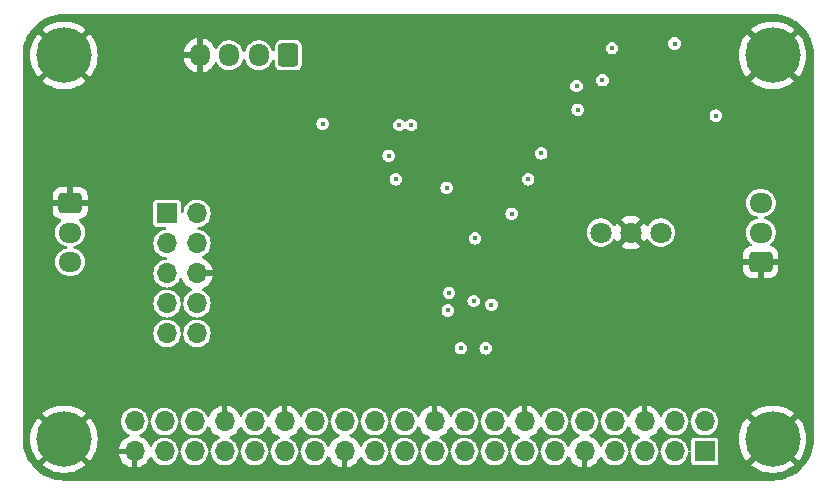
<source format=gbr>
%TF.GenerationSoftware,KiCad,Pcbnew,8.0.5*%
%TF.CreationDate,2024-10-22T17:39:12+02:00*%
%TF.ProjectId,Ingenuity,496e6765-6e75-4697-9479-2e6b69636164,rev?*%
%TF.SameCoordinates,Original*%
%TF.FileFunction,Copper,L2,Inr*%
%TF.FilePolarity,Positive*%
%FSLAX46Y46*%
G04 Gerber Fmt 4.6, Leading zero omitted, Abs format (unit mm)*
G04 Created by KiCad (PCBNEW 8.0.5) date 2024-10-22 17:39:12*
%MOMM*%
%LPD*%
G01*
G04 APERTURE LIST*
G04 Aperture macros list*
%AMRoundRect*
0 Rectangle with rounded corners*
0 $1 Rounding radius*
0 $2 $3 $4 $5 $6 $7 $8 $9 X,Y pos of 4 corners*
0 Add a 4 corners polygon primitive as box body*
4,1,4,$2,$3,$4,$5,$6,$7,$8,$9,$2,$3,0*
0 Add four circle primitives for the rounded corners*
1,1,$1+$1,$2,$3*
1,1,$1+$1,$4,$5*
1,1,$1+$1,$6,$7*
1,1,$1+$1,$8,$9*
0 Add four rect primitives between the rounded corners*
20,1,$1+$1,$2,$3,$4,$5,0*
20,1,$1+$1,$4,$5,$6,$7,0*
20,1,$1+$1,$6,$7,$8,$9,0*
20,1,$1+$1,$8,$9,$2,$3,0*%
G04 Aperture macros list end*
%TA.AperFunction,ComponentPad*%
%ADD10C,1.800000*%
%TD*%
%TA.AperFunction,ComponentPad*%
%ADD11RoundRect,0.250000X0.725000X-0.600000X0.725000X0.600000X-0.725000X0.600000X-0.725000X-0.600000X0*%
%TD*%
%TA.AperFunction,ComponentPad*%
%ADD12O,1.950000X1.700000*%
%TD*%
%TA.AperFunction,ComponentPad*%
%ADD13RoundRect,0.250000X-0.725000X0.600000X-0.725000X-0.600000X0.725000X-0.600000X0.725000X0.600000X0*%
%TD*%
%TA.AperFunction,ComponentPad*%
%ADD14R,1.700000X1.700000*%
%TD*%
%TA.AperFunction,ComponentPad*%
%ADD15O,1.700000X1.700000*%
%TD*%
%TA.AperFunction,ComponentPad*%
%ADD16RoundRect,0.250000X0.600000X0.725000X-0.600000X0.725000X-0.600000X-0.725000X0.600000X-0.725000X0*%
%TD*%
%TA.AperFunction,ComponentPad*%
%ADD17O,1.700000X1.950000*%
%TD*%
%TA.AperFunction,ComponentPad*%
%ADD18C,4.700000*%
%TD*%
%TA.AperFunction,ViaPad*%
%ADD19C,0.450000*%
%TD*%
G04 APERTURE END LIST*
D10*
%TO.N,+6V*%
%TO.C,U1*%
X181040000Y-110000000D03*
%TO.N,GND*%
X178500000Y-110000000D03*
%TO.N,+5V*%
X175960000Y-110000000D03*
%TD*%
D11*
%TO.N,GND*%
%TO.C,J5*%
X189500000Y-112500000D03*
D12*
%TO.N,+6V*%
X189500000Y-110000000D03*
%TO.N,PWM1*%
X189500000Y-107500000D03*
%TD*%
D13*
%TO.N,GND*%
%TO.C,J4*%
X131025000Y-107500000D03*
D12*
%TO.N,unconnected-(J4-Pin_2-Pad2)*%
X131025000Y-110000000D03*
%TO.N,PWM2*%
X131025000Y-112500000D03*
%TD*%
D14*
%TO.N,unconnected-(J3-Pin_1-Pad1)*%
%TO.C,J3*%
X184740000Y-128540000D03*
D15*
%TO.N,+5V*%
X184740000Y-126000000D03*
%TO.N,unconnected-(J3-Pin_3-Pad3)*%
X182200000Y-128540000D03*
%TO.N,+5V*%
X182200000Y-126000000D03*
%TO.N,unconnected-(J3-Pin_5-Pad5)*%
X179660000Y-128540000D03*
%TO.N,GND*%
X179660000Y-126000000D03*
%TO.N,unconnected-(J3-Pin_7-Pad7)*%
X177120000Y-128540000D03*
%TO.N,USART2_RX*%
X177120000Y-126000000D03*
%TO.N,GND*%
X174580000Y-128540000D03*
%TO.N,USART2_TX*%
X174580000Y-126000000D03*
%TO.N,unconnected-(J3-Pin_11-Pad11)*%
X172040000Y-128540000D03*
%TO.N,unconnected-(J3-Pin_12-Pad12)*%
X172040000Y-126000000D03*
%TO.N,unconnected-(J3-Pin_13-Pad13)*%
X169500000Y-128540000D03*
%TO.N,GND*%
X169500000Y-126000000D03*
%TO.N,unconnected-(J3-Pin_15-Pad15)*%
X166960000Y-128540000D03*
%TO.N,unconnected-(J3-Pin_16-Pad16)*%
X166960000Y-126000000D03*
%TO.N,unconnected-(J3-Pin_17-Pad17)*%
X164420000Y-128540000D03*
%TO.N,unconnected-(J3-Pin_18-Pad18)*%
X164420000Y-126000000D03*
%TO.N,unconnected-(J3-Pin_19-Pad19)*%
X161880000Y-128540000D03*
%TO.N,GND*%
X161880000Y-126000000D03*
%TO.N,unconnected-(J3-Pin_21-Pad21)*%
X159340000Y-128540000D03*
%TO.N,unconnected-(J3-Pin_22-Pad22)*%
X159340000Y-126000000D03*
%TO.N,unconnected-(J3-Pin_23-Pad23)*%
X156800000Y-128540000D03*
%TO.N,unconnected-(J3-Pin_24-Pad24)*%
X156800000Y-126000000D03*
%TO.N,GND*%
X154260000Y-128540000D03*
%TO.N,unconnected-(J3-Pin_26-Pad26)*%
X154260000Y-126000000D03*
%TO.N,unconnected-(J3-Pin_27-Pad27)*%
X151720000Y-128540000D03*
%TO.N,unconnected-(J3-Pin_28-Pad28)*%
X151720000Y-126000000D03*
%TO.N,unconnected-(J3-Pin_29-Pad29)*%
X149180000Y-128540000D03*
%TO.N,GND*%
X149180000Y-126000000D03*
%TO.N,unconnected-(J3-Pin_31-Pad31)*%
X146640000Y-128540000D03*
%TO.N,unconnected-(J3-Pin_32-Pad32)*%
X146640000Y-126000000D03*
%TO.N,unconnected-(J3-Pin_33-Pad33)*%
X144100000Y-128540000D03*
%TO.N,GND*%
X144100000Y-126000000D03*
%TO.N,unconnected-(J3-Pin_35-Pad35)*%
X141560000Y-128540000D03*
%TO.N,unconnected-(J3-Pin_36-Pad36)*%
X141560000Y-126000000D03*
%TO.N,unconnected-(J3-Pin_37-Pad37)*%
X139020000Y-128540000D03*
%TO.N,unconnected-(J3-Pin_38-Pad38)*%
X139020000Y-126000000D03*
%TO.N,GND*%
X136480000Y-128540000D03*
%TO.N,unconnected-(J3-Pin_40-Pad40)*%
X136480000Y-126000000D03*
%TD*%
D14*
%TO.N,INT*%
%TO.C,J2*%
X139225000Y-108380000D03*
D15*
%TO.N,I2C1_SCL*%
X141765000Y-108380000D03*
%TO.N,+3.3V*%
X139225000Y-110920000D03*
%TO.N,I2C1_SDA*%
X141765000Y-110920000D03*
%TO.N,+3.3V*%
X139225000Y-113460000D03*
%TO.N,GND*%
X141765000Y-113460000D03*
%TO.N,unconnected-(J2-Pin_7-Pad7)*%
X139225000Y-116000000D03*
%TO.N,unconnected-(J2-Pin_8-Pad8)*%
X141765000Y-116000000D03*
%TO.N,unconnected-(J2-Pin_9-Pad9)*%
X139225000Y-118540000D03*
%TO.N,unconnected-(J2-Pin_10-Pad10)*%
X141765000Y-118540000D03*
%TD*%
D16*
%TO.N,Net-(J1-Pin_1)*%
%TO.C,J1*%
X149500000Y-95000000D03*
D17*
%TO.N,unconnected-(J1-Pin_2-Pad2)*%
X147000000Y-95000000D03*
%TO.N,unconnected-(J1-Pin_3-Pad3)*%
X144500000Y-95000000D03*
%TO.N,GND*%
X142000000Y-95000000D03*
%TD*%
D18*
%TO.N,GND*%
%TO.C,H4*%
X130500000Y-127500000D03*
%TD*%
%TO.N,GND*%
%TO.C,H3*%
X190500000Y-127500000D03*
%TD*%
%TO.N,GND*%
%TO.C,H2*%
X190500000Y-95000000D03*
%TD*%
%TO.N,GND*%
%TO.C,H1*%
X130500000Y-95000000D03*
%TD*%
D19*
%TO.N,GND*%
X135473725Y-93571419D03*
X131900000Y-101800000D03*
X137300000Y-96200000D03*
X138100000Y-101400000D03*
X147113288Y-98867839D03*
X156100000Y-94900000D03*
X158328891Y-92592043D03*
X161367005Y-93581197D03*
X183100000Y-103100000D03*
X188801517Y-99685861D03*
X188800000Y-104100000D03*
X193239623Y-101779308D03*
X191500000Y-105500000D03*
X193300000Y-107100000D03*
X192400000Y-109600000D03*
X193300000Y-111500000D03*
X192000000Y-113800000D03*
X191800000Y-116800000D03*
X189100000Y-118100000D03*
X190600000Y-122100000D03*
X185298725Y-123376820D03*
X187300000Y-120900000D03*
X186994416Y-117002275D03*
X183700000Y-113200000D03*
X169283859Y-114678549D03*
X174800000Y-117500000D03*
X170853943Y-119859830D03*
X147105097Y-122184465D03*
X152100000Y-123000000D03*
X156051092Y-121807645D03*
X161100000Y-123400000D03*
X155800000Y-117600000D03*
X153709966Y-116506538D03*
X147586635Y-117401486D03*
X142700000Y-122100000D03*
X131200000Y-120700000D03*
X130100000Y-115300000D03*
X132200000Y-115300000D03*
X137900000Y-109900000D03*
X138000000Y-117200000D03*
X137900000Y-114800000D03*
X140600000Y-114700000D03*
X140500000Y-117100000D03*
X142700000Y-117300000D03*
X142700000Y-114900000D03*
X142900000Y-112100000D03*
X138200000Y-105500000D03*
X141800000Y-102100000D03*
X152000000Y-101600000D03*
X159500000Y-97700000D03*
X181900000Y-101200000D03*
X181900000Y-98000000D03*
X181900000Y-95500000D03*
X178000000Y-100000000D03*
X176000000Y-99800000D03*
X172900000Y-100200000D03*
X169800000Y-104600000D03*
X172500000Y-102900000D03*
X172900000Y-105100000D03*
X174500000Y-108700000D03*
X174100000Y-113000000D03*
X178300000Y-113000000D03*
X184200000Y-118900000D03*
X180600000Y-120400000D03*
X174600000Y-122000000D03*
X162900000Y-121300000D03*
X157800000Y-116000000D03*
X157600000Y-114400000D03*
X166200000Y-115200000D03*
%TO.N,USART1_RX*%
X182200000Y-94000000D03*
%TO.N,USART1_TX*%
X170900000Y-103300000D03*
X176900000Y-94400000D03*
%TO.N,PWM1*%
X162900000Y-106200000D03*
%TO.N,USART1_RX*%
X169800000Y-105500000D03*
%TO.N,TENSION_BATTERIE*%
X165300000Y-110500000D03*
X152400000Y-100800000D03*
%TO.N,NRST*%
X158000000Y-103500000D03*
X176100000Y-97100000D03*
%TO.N,SPI_CS*%
X163000000Y-116600000D03*
X166700000Y-116100000D03*
%TO.N,SPI1_SCK*%
X165200000Y-115800000D03*
X163100000Y-115100000D03*
%TO.N,GND*%
X173200000Y-93012500D03*
X168900000Y-93012500D03*
X166900000Y-93012500D03*
%TO.N,+3.3V*%
X185700000Y-100100000D03*
X174000000Y-99600000D03*
X158600000Y-105500000D03*
X168400000Y-108400000D03*
X166200000Y-119800000D03*
X164100000Y-119800000D03*
X173900000Y-97600000D03*
%TO.N,GND*%
X167600000Y-109700000D03*
X156500000Y-105000000D03*
X148200000Y-109400000D03*
X185700000Y-98200000D03*
X160900000Y-98800000D03*
X163400000Y-118200000D03*
X165400000Y-119700000D03*
X178700000Y-106300000D03*
X165100000Y-120500000D03*
X149000000Y-100000000D03*
X153000000Y-98500000D03*
X159900000Y-98900000D03*
X158900000Y-98900000D03*
%TO.N,+3.3V*%
X158900000Y-100900000D03*
X159900000Y-100900000D03*
%TO.N,GND*%
X175000000Y-100900000D03*
X175000000Y-105100000D03*
%TD*%
%TA.AperFunction,Conductor*%
%TO.N,GND*%
G36*
X190503032Y-91500648D02*
G01*
X190836929Y-91517052D01*
X190849037Y-91518245D01*
X190952146Y-91533539D01*
X191176699Y-91566849D01*
X191188617Y-91569219D01*
X191509951Y-91649709D01*
X191521588Y-91653240D01*
X191592806Y-91678722D01*
X191833467Y-91764832D01*
X191844688Y-91769479D01*
X192144163Y-91911120D01*
X192154871Y-91916844D01*
X192438988Y-92087137D01*
X192449106Y-92093897D01*
X192715170Y-92291224D01*
X192724576Y-92298944D01*
X192970013Y-92521395D01*
X192978604Y-92529986D01*
X193141823Y-92710070D01*
X193201055Y-92775423D01*
X193208775Y-92784829D01*
X193406102Y-93050893D01*
X193412862Y-93061011D01*
X193541776Y-93276092D01*
X193583148Y-93345116D01*
X193588883Y-93355844D01*
X193728008Y-93650000D01*
X193730514Y-93655297D01*
X193735170Y-93666540D01*
X193846759Y-93978411D01*
X193850292Y-93990055D01*
X193930777Y-94311369D01*
X193933151Y-94323305D01*
X193981754Y-94650962D01*
X193982947Y-94663071D01*
X193999351Y-94996966D01*
X193999500Y-95003051D01*
X193999500Y-127496948D01*
X193999351Y-127503033D01*
X193982947Y-127836928D01*
X193981754Y-127849037D01*
X193933151Y-128176694D01*
X193930777Y-128188630D01*
X193850292Y-128509944D01*
X193846759Y-128521588D01*
X193735170Y-128833459D01*
X193730514Y-128844702D01*
X193588885Y-129144151D01*
X193583148Y-129154883D01*
X193412862Y-129438988D01*
X193406102Y-129449106D01*
X193208775Y-129715170D01*
X193201055Y-129724576D01*
X192978611Y-129970006D01*
X192970006Y-129978611D01*
X192724576Y-130201055D01*
X192715170Y-130208775D01*
X192449106Y-130406102D01*
X192438988Y-130412862D01*
X192154883Y-130583148D01*
X192144151Y-130588885D01*
X191844702Y-130730514D01*
X191833459Y-130735170D01*
X191521588Y-130846759D01*
X191509944Y-130850292D01*
X191188630Y-130930777D01*
X191176694Y-130933151D01*
X190849037Y-130981754D01*
X190836928Y-130982947D01*
X190521989Y-130998419D01*
X190503031Y-130999351D01*
X190496949Y-130999500D01*
X130503051Y-130999500D01*
X130496968Y-130999351D01*
X130476900Y-130998365D01*
X130163071Y-130982947D01*
X130150962Y-130981754D01*
X129823305Y-130933151D01*
X129811369Y-130930777D01*
X129490055Y-130850292D01*
X129478411Y-130846759D01*
X129166540Y-130735170D01*
X129155301Y-130730515D01*
X128855844Y-130588883D01*
X128845121Y-130583150D01*
X128561011Y-130412862D01*
X128550893Y-130406102D01*
X128284829Y-130208775D01*
X128275423Y-130201055D01*
X128187482Y-130121350D01*
X128029986Y-129978604D01*
X128021395Y-129970013D01*
X127798944Y-129724576D01*
X127791224Y-129715170D01*
X127790060Y-129713600D01*
X127593895Y-129449103D01*
X127587137Y-129438988D01*
X127584665Y-129434864D01*
X127416844Y-129154871D01*
X127411120Y-129144163D01*
X127269479Y-128844688D01*
X127264829Y-128833459D01*
X127258853Y-128816758D01*
X127183381Y-128605826D01*
X127153240Y-128521588D01*
X127149707Y-128509944D01*
X127069219Y-128188617D01*
X127066848Y-128176694D01*
X127061390Y-128139901D01*
X127018245Y-127849037D01*
X127017052Y-127836927D01*
X127000649Y-127503032D01*
X127000575Y-127499996D01*
X127645170Y-127499996D01*
X127645170Y-127500003D01*
X127664473Y-127831426D01*
X127664474Y-127831437D01*
X127722118Y-128158351D01*
X127722121Y-128158365D01*
X127817336Y-128476408D01*
X127948827Y-128781236D01*
X127948833Y-128781249D01*
X128114824Y-129068755D01*
X128312357Y-129334087D01*
X129384727Y-128261716D01*
X129470278Y-128379466D01*
X129620534Y-128529722D01*
X129738281Y-128615270D01*
X128669289Y-129684263D01*
X128795215Y-129789925D01*
X129072588Y-129972356D01*
X129369252Y-130121347D01*
X129369258Y-130121350D01*
X129681213Y-130234892D01*
X129681234Y-130234899D01*
X130004248Y-130311456D01*
X130004263Y-130311458D01*
X130334012Y-130349999D01*
X130334013Y-130350000D01*
X130665987Y-130350000D01*
X130665987Y-130349999D01*
X130995736Y-130311458D01*
X130995751Y-130311456D01*
X131318765Y-130234899D01*
X131318786Y-130234892D01*
X131630741Y-130121350D01*
X131630747Y-130121347D01*
X131927411Y-129972356D01*
X132204789Y-129789922D01*
X132330708Y-129684263D01*
X132330709Y-129684262D01*
X131261718Y-128615270D01*
X131379466Y-128529722D01*
X131529722Y-128379466D01*
X131615270Y-128261717D01*
X132687641Y-129334088D01*
X132885175Y-129068756D01*
X133051166Y-128781249D01*
X133051172Y-128781236D01*
X133182663Y-128476408D01*
X133238470Y-128289999D01*
X135149364Y-128289999D01*
X135149364Y-128290000D01*
X136046988Y-128290000D01*
X136014075Y-128347007D01*
X135980000Y-128474174D01*
X135980000Y-128605826D01*
X136014075Y-128732993D01*
X136046988Y-128790000D01*
X135149364Y-128790000D01*
X135206567Y-129003486D01*
X135206570Y-129003492D01*
X135306399Y-129217578D01*
X135441894Y-129411082D01*
X135608917Y-129578105D01*
X135802421Y-129713600D01*
X136016507Y-129813429D01*
X136016516Y-129813433D01*
X136230000Y-129870634D01*
X136230000Y-128973012D01*
X136287007Y-129005925D01*
X136414174Y-129040000D01*
X136545826Y-129040000D01*
X136672993Y-129005925D01*
X136730000Y-128973012D01*
X136730000Y-129870633D01*
X136943483Y-129813433D01*
X136943492Y-129813429D01*
X137157578Y-129713600D01*
X137351082Y-129578105D01*
X137518105Y-129411082D01*
X137653600Y-129217578D01*
X137747294Y-129016651D01*
X137793466Y-128964212D01*
X137860660Y-128945060D01*
X137927541Y-128965276D01*
X137970676Y-129013785D01*
X138037632Y-129148253D01*
X138094765Y-129223908D01*
X138166128Y-129318407D01*
X138323698Y-129462052D01*
X138504981Y-129574298D01*
X138703802Y-129651321D01*
X138913390Y-129690500D01*
X138913392Y-129690500D01*
X139126608Y-129690500D01*
X139126610Y-129690500D01*
X139336198Y-129651321D01*
X139535019Y-129574298D01*
X139716302Y-129462052D01*
X139873872Y-129318407D01*
X140002366Y-129148255D01*
X140004410Y-129144151D01*
X140097403Y-128957394D01*
X140097403Y-128957393D01*
X140097405Y-128957389D01*
X140155756Y-128752310D01*
X140166529Y-128636047D01*
X140192315Y-128571111D01*
X140236869Y-128539194D01*
X140200497Y-128518331D01*
X140168307Y-128456318D01*
X140166529Y-128443951D01*
X140164206Y-128418886D01*
X140155756Y-128327690D01*
X140097405Y-128122611D01*
X140097403Y-128122606D01*
X140097403Y-128122605D01*
X140002367Y-127931746D01*
X139873872Y-127761593D01*
X139802464Y-127696496D01*
X139716302Y-127617948D01*
X139535019Y-127505702D01*
X139535017Y-127505701D01*
X139435608Y-127467190D01*
X139336198Y-127428679D01*
X139139385Y-127391888D01*
X139077106Y-127360221D01*
X139041833Y-127299908D01*
X139044767Y-127230100D01*
X139084976Y-127172960D01*
X139139384Y-127148111D01*
X139336198Y-127111321D01*
X139535019Y-127034298D01*
X139716302Y-126922052D01*
X139873872Y-126778407D01*
X140002366Y-126608255D01*
X140056270Y-126500000D01*
X140097403Y-126417394D01*
X140097403Y-126417393D01*
X140097405Y-126417389D01*
X140155756Y-126212310D01*
X140166529Y-126096047D01*
X140192315Y-126031111D01*
X140234622Y-126000804D01*
X140343130Y-126000804D01*
X140379503Y-126021668D01*
X140411693Y-126083681D01*
X140413470Y-126096047D01*
X140424244Y-126212310D01*
X140477675Y-126400099D01*
X140482596Y-126417392D01*
X140482596Y-126417394D01*
X140577632Y-126608253D01*
X140706127Y-126778406D01*
X140706128Y-126778407D01*
X140863698Y-126922052D01*
X141044981Y-127034298D01*
X141243802Y-127111321D01*
X141440613Y-127148111D01*
X141502893Y-127179779D01*
X141538166Y-127240092D01*
X141535232Y-127309900D01*
X141495023Y-127367040D01*
X141440613Y-127391888D01*
X141243802Y-127428679D01*
X141243799Y-127428679D01*
X141243799Y-127428680D01*
X141044982Y-127505701D01*
X141044980Y-127505702D01*
X140863699Y-127617947D01*
X140706127Y-127761593D01*
X140577632Y-127931746D01*
X140482596Y-128122605D01*
X140482596Y-128122607D01*
X140424244Y-128327689D01*
X140413471Y-128443951D01*
X140387685Y-128508888D01*
X140343130Y-128540804D01*
X140379503Y-128561668D01*
X140411693Y-128623681D01*
X140413470Y-128636047D01*
X140424244Y-128752310D01*
X140477675Y-128940099D01*
X140482596Y-128957392D01*
X140482596Y-128957394D01*
X140577632Y-129148253D01*
X140634765Y-129223908D01*
X140706128Y-129318407D01*
X140863698Y-129462052D01*
X141044981Y-129574298D01*
X141243802Y-129651321D01*
X141453390Y-129690500D01*
X141453392Y-129690500D01*
X141666608Y-129690500D01*
X141666610Y-129690500D01*
X141876198Y-129651321D01*
X142075019Y-129574298D01*
X142256302Y-129462052D01*
X142413872Y-129318407D01*
X142542366Y-129148255D01*
X142544410Y-129144151D01*
X142637403Y-128957394D01*
X142637403Y-128957393D01*
X142637405Y-128957389D01*
X142695756Y-128752310D01*
X142706529Y-128636047D01*
X142732315Y-128571111D01*
X142776869Y-128539194D01*
X142740497Y-128518331D01*
X142708307Y-128456318D01*
X142706529Y-128443951D01*
X142704206Y-128418886D01*
X142695756Y-128327690D01*
X142637405Y-128122611D01*
X142637403Y-128122606D01*
X142637403Y-128122605D01*
X142542367Y-127931746D01*
X142413872Y-127761593D01*
X142342464Y-127696496D01*
X142256302Y-127617948D01*
X142075019Y-127505702D01*
X142075017Y-127505701D01*
X141975608Y-127467190D01*
X141876198Y-127428679D01*
X141679385Y-127391888D01*
X141617106Y-127360221D01*
X141581833Y-127299908D01*
X141584767Y-127230100D01*
X141624976Y-127172960D01*
X141679384Y-127148111D01*
X141876198Y-127111321D01*
X142075019Y-127034298D01*
X142256302Y-126922052D01*
X142413872Y-126778407D01*
X142542366Y-126608255D01*
X142609325Y-126473781D01*
X142656825Y-126422548D01*
X142724488Y-126405126D01*
X142790828Y-126427051D01*
X142832705Y-126476651D01*
X142926399Y-126677578D01*
X143061894Y-126871082D01*
X143228917Y-127038105D01*
X143422421Y-127173600D01*
X143621573Y-127266466D01*
X143674012Y-127312638D01*
X143693164Y-127379832D01*
X143672948Y-127446713D01*
X143619783Y-127492048D01*
X143613968Y-127494472D01*
X143607578Y-127496948D01*
X143584982Y-127505701D01*
X143584980Y-127505702D01*
X143403699Y-127617947D01*
X143246127Y-127761593D01*
X143117632Y-127931746D01*
X143022596Y-128122605D01*
X143022596Y-128122607D01*
X142964244Y-128327689D01*
X142953471Y-128443951D01*
X142927685Y-128508888D01*
X142883130Y-128540804D01*
X142919503Y-128561668D01*
X142951693Y-128623681D01*
X142953470Y-128636047D01*
X142964244Y-128752310D01*
X143017675Y-128940099D01*
X143022596Y-128957392D01*
X143022596Y-128957394D01*
X143117632Y-129148253D01*
X143174765Y-129223908D01*
X143246128Y-129318407D01*
X143403698Y-129462052D01*
X143584981Y-129574298D01*
X143783802Y-129651321D01*
X143993390Y-129690500D01*
X143993392Y-129690500D01*
X144206608Y-129690500D01*
X144206610Y-129690500D01*
X144416198Y-129651321D01*
X144615019Y-129574298D01*
X144796302Y-129462052D01*
X144953872Y-129318407D01*
X145082366Y-129148255D01*
X145084410Y-129144151D01*
X145177403Y-128957394D01*
X145177403Y-128957393D01*
X145177405Y-128957389D01*
X145235756Y-128752310D01*
X145246529Y-128636047D01*
X145272315Y-128571111D01*
X145316869Y-128539194D01*
X145280497Y-128518331D01*
X145248307Y-128456318D01*
X145246529Y-128443951D01*
X145244206Y-128418886D01*
X145235756Y-128327690D01*
X145177405Y-128122611D01*
X145177403Y-128122606D01*
X145177403Y-128122605D01*
X145082367Y-127931746D01*
X144953872Y-127761593D01*
X144882464Y-127696496D01*
X144796302Y-127617948D01*
X144615019Y-127505702D01*
X144615014Y-127505700D01*
X144592422Y-127496948D01*
X144586037Y-127494474D01*
X144530636Y-127451903D01*
X144507045Y-127386136D01*
X144522756Y-127318056D01*
X144572779Y-127269276D01*
X144578426Y-127266466D01*
X144777578Y-127173599D01*
X144971082Y-127038105D01*
X145138105Y-126871082D01*
X145273600Y-126677578D01*
X145367294Y-126476651D01*
X145413466Y-126424212D01*
X145480660Y-126405060D01*
X145547541Y-126425276D01*
X145590676Y-126473785D01*
X145657632Y-126608253D01*
X145786127Y-126778406D01*
X145786128Y-126778407D01*
X145943698Y-126922052D01*
X146124981Y-127034298D01*
X146323802Y-127111321D01*
X146520613Y-127148111D01*
X146582893Y-127179779D01*
X146618166Y-127240092D01*
X146615232Y-127309900D01*
X146575023Y-127367040D01*
X146520613Y-127391888D01*
X146323802Y-127428679D01*
X146323799Y-127428679D01*
X146323799Y-127428680D01*
X146124982Y-127505701D01*
X146124980Y-127505702D01*
X145943699Y-127617947D01*
X145786127Y-127761593D01*
X145657632Y-127931746D01*
X145562596Y-128122605D01*
X145562596Y-128122607D01*
X145504244Y-128327689D01*
X145493471Y-128443951D01*
X145467685Y-128508888D01*
X145423130Y-128540804D01*
X145459503Y-128561668D01*
X145491693Y-128623681D01*
X145493470Y-128636047D01*
X145504244Y-128752310D01*
X145557675Y-128940099D01*
X145562596Y-128957392D01*
X145562596Y-128957394D01*
X145657632Y-129148253D01*
X145714765Y-129223908D01*
X145786128Y-129318407D01*
X145943698Y-129462052D01*
X146124981Y-129574298D01*
X146323802Y-129651321D01*
X146533390Y-129690500D01*
X146533392Y-129690500D01*
X146746608Y-129690500D01*
X146746610Y-129690500D01*
X146956198Y-129651321D01*
X147155019Y-129574298D01*
X147336302Y-129462052D01*
X147493872Y-129318407D01*
X147622366Y-129148255D01*
X147624410Y-129144151D01*
X147717403Y-128957394D01*
X147717403Y-128957393D01*
X147717405Y-128957389D01*
X147775756Y-128752310D01*
X147786529Y-128636047D01*
X147812315Y-128571111D01*
X147856869Y-128539194D01*
X147820497Y-128518331D01*
X147788307Y-128456318D01*
X147786529Y-128443951D01*
X147784206Y-128418886D01*
X147775756Y-128327690D01*
X147717405Y-128122611D01*
X147717403Y-128122606D01*
X147717403Y-128122605D01*
X147622367Y-127931746D01*
X147493872Y-127761593D01*
X147422464Y-127696496D01*
X147336302Y-127617948D01*
X147155019Y-127505702D01*
X147155017Y-127505701D01*
X147055608Y-127467190D01*
X146956198Y-127428679D01*
X146759385Y-127391888D01*
X146697106Y-127360221D01*
X146661833Y-127299908D01*
X146664767Y-127230100D01*
X146704976Y-127172960D01*
X146759384Y-127148111D01*
X146956198Y-127111321D01*
X147155019Y-127034298D01*
X147336302Y-126922052D01*
X147493872Y-126778407D01*
X147622366Y-126608255D01*
X147689325Y-126473781D01*
X147736825Y-126422548D01*
X147804488Y-126405126D01*
X147870828Y-126427051D01*
X147912705Y-126476651D01*
X148006399Y-126677578D01*
X148141894Y-126871082D01*
X148308917Y-127038105D01*
X148502421Y-127173600D01*
X148701573Y-127266466D01*
X148754012Y-127312638D01*
X148773164Y-127379832D01*
X148752948Y-127446713D01*
X148699783Y-127492048D01*
X148693968Y-127494472D01*
X148687578Y-127496948D01*
X148664982Y-127505701D01*
X148664980Y-127505702D01*
X148483699Y-127617947D01*
X148326127Y-127761593D01*
X148197632Y-127931746D01*
X148102596Y-128122605D01*
X148102596Y-128122607D01*
X148044244Y-128327689D01*
X148033471Y-128443951D01*
X148007685Y-128508888D01*
X147963130Y-128540804D01*
X147999503Y-128561668D01*
X148031693Y-128623681D01*
X148033470Y-128636047D01*
X148044244Y-128752310D01*
X148097675Y-128940099D01*
X148102596Y-128957392D01*
X148102596Y-128957394D01*
X148197632Y-129148253D01*
X148254765Y-129223908D01*
X148326128Y-129318407D01*
X148483698Y-129462052D01*
X148664981Y-129574298D01*
X148863802Y-129651321D01*
X149073390Y-129690500D01*
X149073392Y-129690500D01*
X149286608Y-129690500D01*
X149286610Y-129690500D01*
X149496198Y-129651321D01*
X149695019Y-129574298D01*
X149876302Y-129462052D01*
X150033872Y-129318407D01*
X150162366Y-129148255D01*
X150164410Y-129144151D01*
X150257403Y-128957394D01*
X150257403Y-128957393D01*
X150257405Y-128957389D01*
X150315756Y-128752310D01*
X150326529Y-128636047D01*
X150352315Y-128571111D01*
X150396869Y-128539194D01*
X150360497Y-128518331D01*
X150328307Y-128456318D01*
X150326529Y-128443951D01*
X150324206Y-128418886D01*
X150315756Y-128327690D01*
X150257405Y-128122611D01*
X150257403Y-128122606D01*
X150257403Y-128122605D01*
X150162367Y-127931746D01*
X150033872Y-127761593D01*
X149962464Y-127696496D01*
X149876302Y-127617948D01*
X149695019Y-127505702D01*
X149695014Y-127505700D01*
X149672422Y-127496948D01*
X149666037Y-127494474D01*
X149610636Y-127451903D01*
X149587045Y-127386136D01*
X149602756Y-127318056D01*
X149652779Y-127269276D01*
X149658426Y-127266466D01*
X149857578Y-127173599D01*
X150051082Y-127038105D01*
X150218105Y-126871082D01*
X150353600Y-126677578D01*
X150447294Y-126476651D01*
X150493466Y-126424212D01*
X150560660Y-126405060D01*
X150627541Y-126425276D01*
X150670676Y-126473785D01*
X150737632Y-126608253D01*
X150866127Y-126778406D01*
X150866128Y-126778407D01*
X151023698Y-126922052D01*
X151204981Y-127034298D01*
X151403802Y-127111321D01*
X151600613Y-127148111D01*
X151662893Y-127179779D01*
X151698166Y-127240092D01*
X151695232Y-127309900D01*
X151655023Y-127367040D01*
X151600613Y-127391888D01*
X151403802Y-127428679D01*
X151403799Y-127428679D01*
X151403799Y-127428680D01*
X151204982Y-127505701D01*
X151204980Y-127505702D01*
X151023699Y-127617947D01*
X150866127Y-127761593D01*
X150737632Y-127931746D01*
X150642596Y-128122605D01*
X150642596Y-128122607D01*
X150584244Y-128327689D01*
X150573471Y-128443951D01*
X150547685Y-128508888D01*
X150503130Y-128540804D01*
X150539503Y-128561668D01*
X150571693Y-128623681D01*
X150573470Y-128636047D01*
X150584244Y-128752310D01*
X150637675Y-128940099D01*
X150642596Y-128957392D01*
X150642596Y-128957394D01*
X150737632Y-129148253D01*
X150794765Y-129223908D01*
X150866128Y-129318407D01*
X151023698Y-129462052D01*
X151204981Y-129574298D01*
X151403802Y-129651321D01*
X151613390Y-129690500D01*
X151613392Y-129690500D01*
X151826608Y-129690500D01*
X151826610Y-129690500D01*
X152036198Y-129651321D01*
X152235019Y-129574298D01*
X152416302Y-129462052D01*
X152573872Y-129318407D01*
X152702366Y-129148255D01*
X152769325Y-129013781D01*
X152816825Y-128962548D01*
X152884488Y-128945126D01*
X152950828Y-128967051D01*
X152992705Y-129016651D01*
X153086399Y-129217578D01*
X153221894Y-129411082D01*
X153388917Y-129578105D01*
X153582421Y-129713600D01*
X153796507Y-129813429D01*
X153796516Y-129813433D01*
X154010000Y-129870634D01*
X154010000Y-128973012D01*
X154067007Y-129005925D01*
X154194174Y-129040000D01*
X154325826Y-129040000D01*
X154452993Y-129005925D01*
X154510000Y-128973012D01*
X154510000Y-129870633D01*
X154723483Y-129813433D01*
X154723492Y-129813429D01*
X154937578Y-129713600D01*
X155131082Y-129578105D01*
X155298105Y-129411082D01*
X155433600Y-129217578D01*
X155527294Y-129016651D01*
X155573466Y-128964212D01*
X155640660Y-128945060D01*
X155707541Y-128965276D01*
X155750676Y-129013785D01*
X155817632Y-129148253D01*
X155874765Y-129223908D01*
X155946128Y-129318407D01*
X156103698Y-129462052D01*
X156284981Y-129574298D01*
X156483802Y-129651321D01*
X156693390Y-129690500D01*
X156693392Y-129690500D01*
X156906608Y-129690500D01*
X156906610Y-129690500D01*
X157116198Y-129651321D01*
X157315019Y-129574298D01*
X157496302Y-129462052D01*
X157653872Y-129318407D01*
X157782366Y-129148255D01*
X157784410Y-129144151D01*
X157877403Y-128957394D01*
X157877403Y-128957393D01*
X157877405Y-128957389D01*
X157935756Y-128752310D01*
X157946529Y-128636047D01*
X157972315Y-128571111D01*
X158016869Y-128539194D01*
X157980497Y-128518331D01*
X157948307Y-128456318D01*
X157946529Y-128443951D01*
X157944206Y-128418886D01*
X157935756Y-128327690D01*
X157877405Y-128122611D01*
X157877403Y-128122606D01*
X157877403Y-128122605D01*
X157782367Y-127931746D01*
X157653872Y-127761593D01*
X157582464Y-127696496D01*
X157496302Y-127617948D01*
X157315019Y-127505702D01*
X157315017Y-127505701D01*
X157215608Y-127467190D01*
X157116198Y-127428679D01*
X156919385Y-127391888D01*
X156857106Y-127360221D01*
X156821833Y-127299908D01*
X156824767Y-127230100D01*
X156864976Y-127172960D01*
X156919384Y-127148111D01*
X157116198Y-127111321D01*
X157315019Y-127034298D01*
X157496302Y-126922052D01*
X157653872Y-126778407D01*
X157782366Y-126608255D01*
X157836270Y-126500000D01*
X157877403Y-126417394D01*
X157877403Y-126417393D01*
X157877405Y-126417389D01*
X157935756Y-126212310D01*
X157946529Y-126096047D01*
X157972315Y-126031111D01*
X158014622Y-126000804D01*
X158123130Y-126000804D01*
X158159503Y-126021668D01*
X158191693Y-126083681D01*
X158193470Y-126096047D01*
X158204244Y-126212310D01*
X158257675Y-126400099D01*
X158262596Y-126417392D01*
X158262596Y-126417394D01*
X158357632Y-126608253D01*
X158486127Y-126778406D01*
X158486128Y-126778407D01*
X158643698Y-126922052D01*
X158824981Y-127034298D01*
X159023802Y-127111321D01*
X159220613Y-127148111D01*
X159282893Y-127179779D01*
X159318166Y-127240092D01*
X159315232Y-127309900D01*
X159275023Y-127367040D01*
X159220613Y-127391888D01*
X159023802Y-127428679D01*
X159023799Y-127428679D01*
X159023799Y-127428680D01*
X158824982Y-127505701D01*
X158824980Y-127505702D01*
X158643699Y-127617947D01*
X158486127Y-127761593D01*
X158357632Y-127931746D01*
X158262596Y-128122605D01*
X158262596Y-128122607D01*
X158204244Y-128327689D01*
X158193471Y-128443951D01*
X158167685Y-128508888D01*
X158123130Y-128540804D01*
X158159503Y-128561668D01*
X158191693Y-128623681D01*
X158193470Y-128636047D01*
X158204244Y-128752310D01*
X158257675Y-128940099D01*
X158262596Y-128957392D01*
X158262596Y-128957394D01*
X158357632Y-129148253D01*
X158414765Y-129223908D01*
X158486128Y-129318407D01*
X158643698Y-129462052D01*
X158824981Y-129574298D01*
X159023802Y-129651321D01*
X159233390Y-129690500D01*
X159233392Y-129690500D01*
X159446608Y-129690500D01*
X159446610Y-129690500D01*
X159656198Y-129651321D01*
X159855019Y-129574298D01*
X160036302Y-129462052D01*
X160193872Y-129318407D01*
X160322366Y-129148255D01*
X160324410Y-129144151D01*
X160417403Y-128957394D01*
X160417403Y-128957393D01*
X160417405Y-128957389D01*
X160475756Y-128752310D01*
X160486529Y-128636047D01*
X160512315Y-128571111D01*
X160556869Y-128539194D01*
X160520497Y-128518331D01*
X160488307Y-128456318D01*
X160486529Y-128443951D01*
X160484206Y-128418886D01*
X160475756Y-128327690D01*
X160417405Y-128122611D01*
X160417403Y-128122606D01*
X160417403Y-128122605D01*
X160322367Y-127931746D01*
X160193872Y-127761593D01*
X160122464Y-127696496D01*
X160036302Y-127617948D01*
X159855019Y-127505702D01*
X159855017Y-127505701D01*
X159755608Y-127467190D01*
X159656198Y-127428679D01*
X159459385Y-127391888D01*
X159397106Y-127360221D01*
X159361833Y-127299908D01*
X159364767Y-127230100D01*
X159404976Y-127172960D01*
X159459384Y-127148111D01*
X159656198Y-127111321D01*
X159855019Y-127034298D01*
X160036302Y-126922052D01*
X160193872Y-126778407D01*
X160322366Y-126608255D01*
X160389325Y-126473781D01*
X160436825Y-126422548D01*
X160504488Y-126405126D01*
X160570828Y-126427051D01*
X160612705Y-126476651D01*
X160706399Y-126677578D01*
X160841894Y-126871082D01*
X161008917Y-127038105D01*
X161202421Y-127173600D01*
X161401573Y-127266466D01*
X161454012Y-127312638D01*
X161473164Y-127379832D01*
X161452948Y-127446713D01*
X161399783Y-127492048D01*
X161393968Y-127494472D01*
X161387578Y-127496948D01*
X161364982Y-127505701D01*
X161364980Y-127505702D01*
X161183699Y-127617947D01*
X161026127Y-127761593D01*
X160897632Y-127931746D01*
X160802596Y-128122605D01*
X160802596Y-128122607D01*
X160744244Y-128327689D01*
X160733471Y-128443951D01*
X160707685Y-128508888D01*
X160663130Y-128540804D01*
X160699503Y-128561668D01*
X160731693Y-128623681D01*
X160733470Y-128636047D01*
X160744244Y-128752310D01*
X160797675Y-128940099D01*
X160802596Y-128957392D01*
X160802596Y-128957394D01*
X160897632Y-129148253D01*
X160954765Y-129223908D01*
X161026128Y-129318407D01*
X161183698Y-129462052D01*
X161364981Y-129574298D01*
X161563802Y-129651321D01*
X161773390Y-129690500D01*
X161773392Y-129690500D01*
X161986608Y-129690500D01*
X161986610Y-129690500D01*
X162196198Y-129651321D01*
X162395019Y-129574298D01*
X162576302Y-129462052D01*
X162733872Y-129318407D01*
X162862366Y-129148255D01*
X162864410Y-129144151D01*
X162957403Y-128957394D01*
X162957403Y-128957393D01*
X162957405Y-128957389D01*
X163015756Y-128752310D01*
X163026529Y-128636047D01*
X163052315Y-128571111D01*
X163096869Y-128539194D01*
X163060497Y-128518331D01*
X163028307Y-128456318D01*
X163026529Y-128443951D01*
X163024206Y-128418886D01*
X163015756Y-128327690D01*
X162957405Y-128122611D01*
X162957403Y-128122606D01*
X162957403Y-128122605D01*
X162862367Y-127931746D01*
X162733872Y-127761593D01*
X162662464Y-127696496D01*
X162576302Y-127617948D01*
X162395019Y-127505702D01*
X162395014Y-127505700D01*
X162372422Y-127496948D01*
X162366037Y-127494474D01*
X162310636Y-127451903D01*
X162287045Y-127386136D01*
X162302756Y-127318056D01*
X162352779Y-127269276D01*
X162358426Y-127266466D01*
X162557578Y-127173599D01*
X162751082Y-127038105D01*
X162918105Y-126871082D01*
X163053600Y-126677578D01*
X163147294Y-126476651D01*
X163193466Y-126424212D01*
X163260660Y-126405060D01*
X163327541Y-126425276D01*
X163370676Y-126473785D01*
X163437632Y-126608253D01*
X163566127Y-126778406D01*
X163566128Y-126778407D01*
X163723698Y-126922052D01*
X163904981Y-127034298D01*
X164103802Y-127111321D01*
X164300613Y-127148111D01*
X164362893Y-127179779D01*
X164398166Y-127240092D01*
X164395232Y-127309900D01*
X164355023Y-127367040D01*
X164300613Y-127391888D01*
X164103802Y-127428679D01*
X164103799Y-127428679D01*
X164103799Y-127428680D01*
X163904982Y-127505701D01*
X163904980Y-127505702D01*
X163723699Y-127617947D01*
X163566127Y-127761593D01*
X163437632Y-127931746D01*
X163342596Y-128122605D01*
X163342596Y-128122607D01*
X163284244Y-128327689D01*
X163273471Y-128443951D01*
X163247685Y-128508888D01*
X163203130Y-128540804D01*
X163239503Y-128561668D01*
X163271693Y-128623681D01*
X163273470Y-128636047D01*
X163284244Y-128752310D01*
X163337675Y-128940099D01*
X163342596Y-128957392D01*
X163342596Y-128957394D01*
X163437632Y-129148253D01*
X163494765Y-129223908D01*
X163566128Y-129318407D01*
X163723698Y-129462052D01*
X163904981Y-129574298D01*
X164103802Y-129651321D01*
X164313390Y-129690500D01*
X164313392Y-129690500D01*
X164526608Y-129690500D01*
X164526610Y-129690500D01*
X164736198Y-129651321D01*
X164935019Y-129574298D01*
X165116302Y-129462052D01*
X165273872Y-129318407D01*
X165402366Y-129148255D01*
X165404410Y-129144151D01*
X165497403Y-128957394D01*
X165497403Y-128957393D01*
X165497405Y-128957389D01*
X165555756Y-128752310D01*
X165566529Y-128636047D01*
X165592315Y-128571111D01*
X165636869Y-128539194D01*
X165600497Y-128518331D01*
X165568307Y-128456318D01*
X165566529Y-128443951D01*
X165564206Y-128418886D01*
X165555756Y-128327690D01*
X165497405Y-128122611D01*
X165497403Y-128122606D01*
X165497403Y-128122605D01*
X165402367Y-127931746D01*
X165273872Y-127761593D01*
X165202464Y-127696496D01*
X165116302Y-127617948D01*
X164935019Y-127505702D01*
X164935017Y-127505701D01*
X164835608Y-127467190D01*
X164736198Y-127428679D01*
X164539385Y-127391888D01*
X164477106Y-127360221D01*
X164441833Y-127299908D01*
X164444767Y-127230100D01*
X164484976Y-127172960D01*
X164539384Y-127148111D01*
X164736198Y-127111321D01*
X164935019Y-127034298D01*
X165116302Y-126922052D01*
X165273872Y-126778407D01*
X165402366Y-126608255D01*
X165456270Y-126500000D01*
X165497403Y-126417394D01*
X165497403Y-126417393D01*
X165497405Y-126417389D01*
X165555756Y-126212310D01*
X165566529Y-126096047D01*
X165592315Y-126031111D01*
X165634622Y-126000804D01*
X165743130Y-126000804D01*
X165779503Y-126021668D01*
X165811693Y-126083681D01*
X165813470Y-126096047D01*
X165824244Y-126212310D01*
X165877675Y-126400099D01*
X165882596Y-126417392D01*
X165882596Y-126417394D01*
X165977632Y-126608253D01*
X166106127Y-126778406D01*
X166106128Y-126778407D01*
X166263698Y-126922052D01*
X166444981Y-127034298D01*
X166643802Y-127111321D01*
X166840613Y-127148111D01*
X166902893Y-127179779D01*
X166938166Y-127240092D01*
X166935232Y-127309900D01*
X166895023Y-127367040D01*
X166840613Y-127391888D01*
X166643802Y-127428679D01*
X166643799Y-127428679D01*
X166643799Y-127428680D01*
X166444982Y-127505701D01*
X166444980Y-127505702D01*
X166263699Y-127617947D01*
X166106127Y-127761593D01*
X165977632Y-127931746D01*
X165882596Y-128122605D01*
X165882596Y-128122607D01*
X165824244Y-128327689D01*
X165813471Y-128443951D01*
X165787685Y-128508888D01*
X165743130Y-128540804D01*
X165779503Y-128561668D01*
X165811693Y-128623681D01*
X165813470Y-128636047D01*
X165824244Y-128752310D01*
X165877675Y-128940099D01*
X165882596Y-128957392D01*
X165882596Y-128957394D01*
X165977632Y-129148253D01*
X166034765Y-129223908D01*
X166106128Y-129318407D01*
X166263698Y-129462052D01*
X166444981Y-129574298D01*
X166643802Y-129651321D01*
X166853390Y-129690500D01*
X166853392Y-129690500D01*
X167066608Y-129690500D01*
X167066610Y-129690500D01*
X167276198Y-129651321D01*
X167475019Y-129574298D01*
X167656302Y-129462052D01*
X167813872Y-129318407D01*
X167942366Y-129148255D01*
X167944410Y-129144151D01*
X168037403Y-128957394D01*
X168037403Y-128957393D01*
X168037405Y-128957389D01*
X168095756Y-128752310D01*
X168106529Y-128636047D01*
X168132315Y-128571111D01*
X168176869Y-128539194D01*
X168140497Y-128518331D01*
X168108307Y-128456318D01*
X168106529Y-128443951D01*
X168104206Y-128418886D01*
X168095756Y-128327690D01*
X168037405Y-128122611D01*
X168037403Y-128122606D01*
X168037403Y-128122605D01*
X167942367Y-127931746D01*
X167813872Y-127761593D01*
X167742464Y-127696496D01*
X167656302Y-127617948D01*
X167475019Y-127505702D01*
X167475017Y-127505701D01*
X167375608Y-127467190D01*
X167276198Y-127428679D01*
X167079385Y-127391888D01*
X167017106Y-127360221D01*
X166981833Y-127299908D01*
X166984767Y-127230100D01*
X167024976Y-127172960D01*
X167079384Y-127148111D01*
X167276198Y-127111321D01*
X167475019Y-127034298D01*
X167656302Y-126922052D01*
X167813872Y-126778407D01*
X167942366Y-126608255D01*
X168009325Y-126473781D01*
X168056825Y-126422548D01*
X168124488Y-126405126D01*
X168190828Y-126427051D01*
X168232705Y-126476651D01*
X168326399Y-126677578D01*
X168461894Y-126871082D01*
X168628917Y-127038105D01*
X168822421Y-127173600D01*
X169021573Y-127266466D01*
X169074012Y-127312638D01*
X169093164Y-127379832D01*
X169072948Y-127446713D01*
X169019783Y-127492048D01*
X169013968Y-127494472D01*
X169007578Y-127496948D01*
X168984982Y-127505701D01*
X168984980Y-127505702D01*
X168803699Y-127617947D01*
X168646127Y-127761593D01*
X168517632Y-127931746D01*
X168422596Y-128122605D01*
X168422596Y-128122607D01*
X168364244Y-128327689D01*
X168353471Y-128443951D01*
X168327685Y-128508888D01*
X168283130Y-128540804D01*
X168319503Y-128561668D01*
X168351693Y-128623681D01*
X168353470Y-128636047D01*
X168364244Y-128752310D01*
X168417675Y-128940099D01*
X168422596Y-128957392D01*
X168422596Y-128957394D01*
X168517632Y-129148253D01*
X168574765Y-129223908D01*
X168646128Y-129318407D01*
X168803698Y-129462052D01*
X168984981Y-129574298D01*
X169183802Y-129651321D01*
X169393390Y-129690500D01*
X169393392Y-129690500D01*
X169606608Y-129690500D01*
X169606610Y-129690500D01*
X169816198Y-129651321D01*
X170015019Y-129574298D01*
X170196302Y-129462052D01*
X170353872Y-129318407D01*
X170482366Y-129148255D01*
X170484410Y-129144151D01*
X170577403Y-128957394D01*
X170577403Y-128957393D01*
X170577405Y-128957389D01*
X170635756Y-128752310D01*
X170646529Y-128636047D01*
X170672315Y-128571111D01*
X170716869Y-128539194D01*
X170680497Y-128518331D01*
X170648307Y-128456318D01*
X170646529Y-128443951D01*
X170644206Y-128418886D01*
X170635756Y-128327690D01*
X170577405Y-128122611D01*
X170577403Y-128122606D01*
X170577403Y-128122605D01*
X170482367Y-127931746D01*
X170353872Y-127761593D01*
X170282464Y-127696496D01*
X170196302Y-127617948D01*
X170015019Y-127505702D01*
X170015014Y-127505700D01*
X169992422Y-127496948D01*
X169986037Y-127494474D01*
X169930636Y-127451903D01*
X169907045Y-127386136D01*
X169922756Y-127318056D01*
X169972779Y-127269276D01*
X169978426Y-127266466D01*
X170177578Y-127173599D01*
X170371082Y-127038105D01*
X170538105Y-126871082D01*
X170673600Y-126677578D01*
X170767294Y-126476651D01*
X170813466Y-126424212D01*
X170880660Y-126405060D01*
X170947541Y-126425276D01*
X170990676Y-126473785D01*
X171057632Y-126608253D01*
X171186127Y-126778406D01*
X171186128Y-126778407D01*
X171343698Y-126922052D01*
X171524981Y-127034298D01*
X171723802Y-127111321D01*
X171920613Y-127148111D01*
X171982893Y-127179779D01*
X172018166Y-127240092D01*
X172015232Y-127309900D01*
X171975023Y-127367040D01*
X171920613Y-127391888D01*
X171723802Y-127428679D01*
X171723799Y-127428679D01*
X171723799Y-127428680D01*
X171524982Y-127505701D01*
X171524980Y-127505702D01*
X171343699Y-127617947D01*
X171186127Y-127761593D01*
X171057632Y-127931746D01*
X170962596Y-128122605D01*
X170962596Y-128122607D01*
X170904244Y-128327689D01*
X170893471Y-128443951D01*
X170867685Y-128508888D01*
X170823130Y-128540804D01*
X170859503Y-128561668D01*
X170891693Y-128623681D01*
X170893470Y-128636047D01*
X170904244Y-128752310D01*
X170957675Y-128940099D01*
X170962596Y-128957392D01*
X170962596Y-128957394D01*
X171057632Y-129148253D01*
X171114765Y-129223908D01*
X171186128Y-129318407D01*
X171343698Y-129462052D01*
X171524981Y-129574298D01*
X171723802Y-129651321D01*
X171933390Y-129690500D01*
X171933392Y-129690500D01*
X172146608Y-129690500D01*
X172146610Y-129690500D01*
X172356198Y-129651321D01*
X172555019Y-129574298D01*
X172736302Y-129462052D01*
X172893872Y-129318407D01*
X173022366Y-129148255D01*
X173089325Y-129013781D01*
X173136825Y-128962548D01*
X173204488Y-128945126D01*
X173270828Y-128967051D01*
X173312705Y-129016651D01*
X173406399Y-129217578D01*
X173541894Y-129411082D01*
X173708917Y-129578105D01*
X173902421Y-129713600D01*
X174116507Y-129813429D01*
X174116516Y-129813433D01*
X174330000Y-129870634D01*
X174330000Y-128973012D01*
X174387007Y-129005925D01*
X174514174Y-129040000D01*
X174645826Y-129040000D01*
X174772993Y-129005925D01*
X174830000Y-128973012D01*
X174830000Y-129870633D01*
X175043483Y-129813433D01*
X175043492Y-129813429D01*
X175257578Y-129713600D01*
X175451082Y-129578105D01*
X175618105Y-129411082D01*
X175753600Y-129217578D01*
X175847294Y-129016651D01*
X175893466Y-128964212D01*
X175960660Y-128945060D01*
X176027541Y-128965276D01*
X176070676Y-129013785D01*
X176137632Y-129148253D01*
X176194765Y-129223908D01*
X176266128Y-129318407D01*
X176423698Y-129462052D01*
X176604981Y-129574298D01*
X176803802Y-129651321D01*
X177013390Y-129690500D01*
X177013392Y-129690500D01*
X177226608Y-129690500D01*
X177226610Y-129690500D01*
X177436198Y-129651321D01*
X177635019Y-129574298D01*
X177816302Y-129462052D01*
X177973872Y-129318407D01*
X178102366Y-129148255D01*
X178104410Y-129144151D01*
X178197403Y-128957394D01*
X178197403Y-128957393D01*
X178197405Y-128957389D01*
X178255756Y-128752310D01*
X178266529Y-128636047D01*
X178292315Y-128571111D01*
X178336869Y-128539194D01*
X178300497Y-128518331D01*
X178268307Y-128456318D01*
X178266529Y-128443951D01*
X178264206Y-128418886D01*
X178255756Y-128327690D01*
X178197405Y-128122611D01*
X178197403Y-128122606D01*
X178197403Y-128122605D01*
X178102367Y-127931746D01*
X177973872Y-127761593D01*
X177902464Y-127696496D01*
X177816302Y-127617948D01*
X177635019Y-127505702D01*
X177635017Y-127505701D01*
X177535608Y-127467190D01*
X177436198Y-127428679D01*
X177239385Y-127391888D01*
X177177106Y-127360221D01*
X177141833Y-127299908D01*
X177144767Y-127230100D01*
X177184976Y-127172960D01*
X177239384Y-127148111D01*
X177436198Y-127111321D01*
X177635019Y-127034298D01*
X177816302Y-126922052D01*
X177973872Y-126778407D01*
X178102366Y-126608255D01*
X178169325Y-126473781D01*
X178216825Y-126422548D01*
X178284488Y-126405126D01*
X178350828Y-126427051D01*
X178392705Y-126476651D01*
X178486399Y-126677578D01*
X178621894Y-126871082D01*
X178788917Y-127038105D01*
X178982421Y-127173600D01*
X179181573Y-127266466D01*
X179234012Y-127312638D01*
X179253164Y-127379832D01*
X179232948Y-127446713D01*
X179179783Y-127492048D01*
X179173968Y-127494472D01*
X179167578Y-127496948D01*
X179144982Y-127505701D01*
X179144980Y-127505702D01*
X178963699Y-127617947D01*
X178806127Y-127761593D01*
X178677632Y-127931746D01*
X178582596Y-128122605D01*
X178582596Y-128122607D01*
X178524244Y-128327689D01*
X178513471Y-128443951D01*
X178487685Y-128508888D01*
X178443130Y-128540804D01*
X178479503Y-128561668D01*
X178511693Y-128623681D01*
X178513470Y-128636047D01*
X178524244Y-128752310D01*
X178577675Y-128940099D01*
X178582596Y-128957392D01*
X178582596Y-128957394D01*
X178677632Y-129148253D01*
X178734765Y-129223908D01*
X178806128Y-129318407D01*
X178963698Y-129462052D01*
X179144981Y-129574298D01*
X179343802Y-129651321D01*
X179553390Y-129690500D01*
X179553392Y-129690500D01*
X179766608Y-129690500D01*
X179766610Y-129690500D01*
X179976198Y-129651321D01*
X180175019Y-129574298D01*
X180356302Y-129462052D01*
X180513872Y-129318407D01*
X180642366Y-129148255D01*
X180644410Y-129144151D01*
X180737403Y-128957394D01*
X180737403Y-128957393D01*
X180737405Y-128957389D01*
X180795756Y-128752310D01*
X180806529Y-128636047D01*
X180832315Y-128571111D01*
X180876869Y-128539194D01*
X180840497Y-128518331D01*
X180808307Y-128456318D01*
X180806529Y-128443951D01*
X180804206Y-128418886D01*
X180795756Y-128327690D01*
X180737405Y-128122611D01*
X180737403Y-128122606D01*
X180737403Y-128122605D01*
X180642367Y-127931746D01*
X180513872Y-127761593D01*
X180442464Y-127696496D01*
X180356302Y-127617948D01*
X180175019Y-127505702D01*
X180175014Y-127505700D01*
X180152422Y-127496948D01*
X180146037Y-127494474D01*
X180090636Y-127451903D01*
X180067045Y-127386136D01*
X180082756Y-127318056D01*
X180132779Y-127269276D01*
X180138426Y-127266466D01*
X180337578Y-127173599D01*
X180531082Y-127038105D01*
X180698105Y-126871082D01*
X180833600Y-126677578D01*
X180927294Y-126476651D01*
X180973466Y-126424212D01*
X181040660Y-126405060D01*
X181107541Y-126425276D01*
X181150676Y-126473785D01*
X181217632Y-126608253D01*
X181346127Y-126778406D01*
X181346128Y-126778407D01*
X181503698Y-126922052D01*
X181684981Y-127034298D01*
X181883802Y-127111321D01*
X182080613Y-127148111D01*
X182142893Y-127179779D01*
X182178166Y-127240092D01*
X182175232Y-127309900D01*
X182135023Y-127367040D01*
X182080613Y-127391888D01*
X181883802Y-127428679D01*
X181883799Y-127428679D01*
X181883799Y-127428680D01*
X181684982Y-127505701D01*
X181684980Y-127505702D01*
X181503699Y-127617947D01*
X181346127Y-127761593D01*
X181217632Y-127931746D01*
X181122596Y-128122605D01*
X181122596Y-128122607D01*
X181064244Y-128327689D01*
X181053471Y-128443951D01*
X181027685Y-128508888D01*
X180983130Y-128540804D01*
X181019503Y-128561668D01*
X181051693Y-128623681D01*
X181053470Y-128636047D01*
X181064244Y-128752310D01*
X181117675Y-128940099D01*
X181122596Y-128957392D01*
X181122596Y-128957394D01*
X181217632Y-129148253D01*
X181274765Y-129223908D01*
X181346128Y-129318407D01*
X181503698Y-129462052D01*
X181684981Y-129574298D01*
X181883802Y-129651321D01*
X182093390Y-129690500D01*
X182093392Y-129690500D01*
X182306608Y-129690500D01*
X182306610Y-129690500D01*
X182516198Y-129651321D01*
X182715019Y-129574298D01*
X182896302Y-129462052D01*
X183053872Y-129318407D01*
X183182366Y-129148255D01*
X183184410Y-129144151D01*
X183277403Y-128957394D01*
X183277403Y-128957393D01*
X183277405Y-128957389D01*
X183335756Y-128752310D01*
X183342029Y-128684605D01*
X183367814Y-128619669D01*
X183424614Y-128578981D01*
X183494395Y-128575461D01*
X183555002Y-128610225D01*
X183587193Y-128672238D01*
X183589500Y-128696047D01*
X183589500Y-129434856D01*
X183589502Y-129434882D01*
X183592413Y-129459987D01*
X183592415Y-129459991D01*
X183637793Y-129562764D01*
X183637794Y-129562765D01*
X183717235Y-129642206D01*
X183820009Y-129687585D01*
X183845135Y-129690500D01*
X185634864Y-129690499D01*
X185634879Y-129690497D01*
X185634882Y-129690497D01*
X185659987Y-129687586D01*
X185659988Y-129687585D01*
X185659991Y-129687585D01*
X185762765Y-129642206D01*
X185842206Y-129562765D01*
X185887585Y-129459991D01*
X185890500Y-129434865D01*
X185890499Y-127645136D01*
X185890497Y-127645117D01*
X185887586Y-127620012D01*
X185887585Y-127620010D01*
X185887585Y-127620009D01*
X185842206Y-127517235D01*
X185824967Y-127499996D01*
X187645170Y-127499996D01*
X187645170Y-127500003D01*
X187664473Y-127831426D01*
X187664474Y-127831437D01*
X187722118Y-128158351D01*
X187722121Y-128158365D01*
X187817336Y-128476408D01*
X187948827Y-128781236D01*
X187948833Y-128781249D01*
X188114824Y-129068755D01*
X188312357Y-129334087D01*
X189384728Y-128261716D01*
X189470278Y-128379466D01*
X189620534Y-128529722D01*
X189738281Y-128615270D01*
X188669289Y-129684263D01*
X188795215Y-129789925D01*
X189072588Y-129972356D01*
X189369252Y-130121347D01*
X189369258Y-130121350D01*
X189681213Y-130234892D01*
X189681234Y-130234899D01*
X190004248Y-130311456D01*
X190004263Y-130311458D01*
X190334012Y-130349999D01*
X190334013Y-130350000D01*
X190665987Y-130350000D01*
X190665987Y-130349999D01*
X190995736Y-130311458D01*
X190995751Y-130311456D01*
X191318765Y-130234899D01*
X191318786Y-130234892D01*
X191630741Y-130121350D01*
X191630747Y-130121347D01*
X191927411Y-129972356D01*
X192204789Y-129789922D01*
X192330708Y-129684263D01*
X192330709Y-129684262D01*
X191261718Y-128615270D01*
X191379466Y-128529722D01*
X191529722Y-128379466D01*
X191615270Y-128261717D01*
X192687641Y-129334088D01*
X192885175Y-129068756D01*
X193051166Y-128781249D01*
X193051172Y-128781236D01*
X193182663Y-128476408D01*
X193277878Y-128158365D01*
X193277881Y-128158351D01*
X193335525Y-127831437D01*
X193335526Y-127831426D01*
X193354830Y-127500003D01*
X193354830Y-127499996D01*
X193335526Y-127168573D01*
X193335525Y-127168562D01*
X193277881Y-126841648D01*
X193277878Y-126841634D01*
X193182663Y-126523591D01*
X193051172Y-126218763D01*
X193051166Y-126218750D01*
X192885172Y-125931239D01*
X192687642Y-125665910D01*
X191615270Y-126738281D01*
X191529722Y-126620534D01*
X191379466Y-126470278D01*
X191261717Y-126384728D01*
X192330709Y-125315736D01*
X192330709Y-125315735D01*
X192204784Y-125210074D01*
X191927411Y-125027643D01*
X191630747Y-124878652D01*
X191630741Y-124878649D01*
X191318786Y-124765107D01*
X191318765Y-124765100D01*
X190995751Y-124688543D01*
X190995736Y-124688541D01*
X190665987Y-124650000D01*
X190334013Y-124650000D01*
X190004263Y-124688541D01*
X190004248Y-124688543D01*
X189681234Y-124765100D01*
X189681213Y-124765107D01*
X189369258Y-124878649D01*
X189369252Y-124878652D01*
X189072581Y-125027646D01*
X188795220Y-125210070D01*
X188795213Y-125210075D01*
X188669289Y-125315735D01*
X189738282Y-126384728D01*
X189620534Y-126470278D01*
X189470278Y-126620534D01*
X189384728Y-126738282D01*
X188312357Y-125665911D01*
X188312356Y-125665911D01*
X188114829Y-125931236D01*
X188114825Y-125931242D01*
X187948833Y-126218750D01*
X187948827Y-126218763D01*
X187817336Y-126523591D01*
X187722121Y-126841634D01*
X187722118Y-126841648D01*
X187664474Y-127168562D01*
X187664473Y-127168573D01*
X187645170Y-127499996D01*
X185824967Y-127499996D01*
X185762765Y-127437794D01*
X185742124Y-127428680D01*
X185659992Y-127392415D01*
X185634868Y-127389500D01*
X184906243Y-127389500D01*
X184839204Y-127369815D01*
X184793449Y-127317011D01*
X184783505Y-127247853D01*
X184812530Y-127184297D01*
X184871308Y-127146523D01*
X184883441Y-127143614D01*
X185056198Y-127111321D01*
X185255019Y-127034298D01*
X185436302Y-126922052D01*
X185593872Y-126778407D01*
X185722366Y-126608255D01*
X185776270Y-126500000D01*
X185817403Y-126417394D01*
X185817403Y-126417393D01*
X185817405Y-126417389D01*
X185875756Y-126212310D01*
X185895429Y-126000000D01*
X185875756Y-125787690D01*
X185817405Y-125582611D01*
X185817403Y-125582606D01*
X185817403Y-125582605D01*
X185722367Y-125391746D01*
X185593872Y-125221593D01*
X185581232Y-125210070D01*
X185436302Y-125077948D01*
X185255019Y-124965702D01*
X185255017Y-124965701D01*
X185155608Y-124927190D01*
X185056198Y-124888679D01*
X184846610Y-124849500D01*
X184633390Y-124849500D01*
X184423802Y-124888679D01*
X184423799Y-124888679D01*
X184423799Y-124888680D01*
X184224982Y-124965701D01*
X184224980Y-124965702D01*
X184043699Y-125077947D01*
X183886127Y-125221593D01*
X183757632Y-125391746D01*
X183662596Y-125582605D01*
X183662596Y-125582607D01*
X183604244Y-125787689D01*
X183593471Y-125903951D01*
X183567685Y-125968888D01*
X183523130Y-126000804D01*
X183559503Y-126021668D01*
X183591693Y-126083681D01*
X183593470Y-126096047D01*
X183604244Y-126212310D01*
X183657675Y-126400099D01*
X183662596Y-126417392D01*
X183662596Y-126417394D01*
X183757632Y-126608253D01*
X183886127Y-126778406D01*
X183886128Y-126778407D01*
X184043698Y-126922052D01*
X184224981Y-127034298D01*
X184423802Y-127111321D01*
X184596544Y-127143612D01*
X184658823Y-127175279D01*
X184694096Y-127235591D01*
X184691162Y-127305400D01*
X184650953Y-127362540D01*
X184586235Y-127388871D01*
X184573757Y-127389500D01*
X183845143Y-127389500D01*
X183845117Y-127389502D01*
X183820012Y-127392413D01*
X183820008Y-127392415D01*
X183717235Y-127437793D01*
X183637794Y-127517234D01*
X183592415Y-127620006D01*
X183592415Y-127620008D01*
X183589500Y-127645131D01*
X183589500Y-128383951D01*
X183569815Y-128450990D01*
X183517011Y-128496745D01*
X183447853Y-128506689D01*
X183384297Y-128477664D01*
X183346523Y-128418886D01*
X183342029Y-128395391D01*
X183340553Y-128379466D01*
X183335756Y-128327690D01*
X183277405Y-128122611D01*
X183277403Y-128122606D01*
X183277403Y-128122605D01*
X183182367Y-127931746D01*
X183053872Y-127761593D01*
X182982464Y-127696496D01*
X182896302Y-127617948D01*
X182715019Y-127505702D01*
X182715017Y-127505701D01*
X182615608Y-127467190D01*
X182516198Y-127428679D01*
X182319385Y-127391888D01*
X182257106Y-127360221D01*
X182221833Y-127299908D01*
X182224767Y-127230100D01*
X182264976Y-127172960D01*
X182319384Y-127148111D01*
X182516198Y-127111321D01*
X182715019Y-127034298D01*
X182896302Y-126922052D01*
X183053872Y-126778407D01*
X183182366Y-126608255D01*
X183236270Y-126500000D01*
X183277403Y-126417394D01*
X183277403Y-126417393D01*
X183277405Y-126417389D01*
X183335756Y-126212310D01*
X183346529Y-126096047D01*
X183372315Y-126031111D01*
X183416869Y-125999194D01*
X183380497Y-125978331D01*
X183348307Y-125916318D01*
X183346529Y-125903951D01*
X183345849Y-125896613D01*
X183335756Y-125787690D01*
X183277405Y-125582611D01*
X183277403Y-125582606D01*
X183277403Y-125582605D01*
X183182367Y-125391746D01*
X183053872Y-125221593D01*
X183041232Y-125210070D01*
X182896302Y-125077948D01*
X182715019Y-124965702D01*
X182715017Y-124965701D01*
X182615608Y-124927190D01*
X182516198Y-124888679D01*
X182306610Y-124849500D01*
X182093390Y-124849500D01*
X181883802Y-124888679D01*
X181883799Y-124888679D01*
X181883799Y-124888680D01*
X181684982Y-124965701D01*
X181684980Y-124965702D01*
X181503699Y-125077947D01*
X181346127Y-125221593D01*
X181217634Y-125391744D01*
X181150676Y-125526215D01*
X181103173Y-125577452D01*
X181035510Y-125594873D01*
X180969170Y-125572947D01*
X180927294Y-125523348D01*
X180833600Y-125322422D01*
X180833599Y-125322420D01*
X180698113Y-125128926D01*
X180698108Y-125128920D01*
X180531082Y-124961894D01*
X180337578Y-124826399D01*
X180123492Y-124726570D01*
X180123486Y-124726567D01*
X179910000Y-124669364D01*
X179910000Y-125566988D01*
X179852993Y-125534075D01*
X179725826Y-125500000D01*
X179594174Y-125500000D01*
X179467007Y-125534075D01*
X179410000Y-125566988D01*
X179410000Y-124669364D01*
X179409999Y-124669364D01*
X179196513Y-124726567D01*
X179196507Y-124726570D01*
X178982422Y-124826399D01*
X178982420Y-124826400D01*
X178788926Y-124961886D01*
X178788920Y-124961891D01*
X178621891Y-125128920D01*
X178621886Y-125128926D01*
X178486400Y-125322420D01*
X178486399Y-125322422D01*
X178392705Y-125523348D01*
X178346532Y-125575787D01*
X178279339Y-125594939D01*
X178212457Y-125574723D01*
X178169323Y-125526215D01*
X178102366Y-125391745D01*
X178044965Y-125315735D01*
X177973872Y-125221593D01*
X177961232Y-125210070D01*
X177816302Y-125077948D01*
X177635019Y-124965702D01*
X177635017Y-124965701D01*
X177535608Y-124927190D01*
X177436198Y-124888679D01*
X177226610Y-124849500D01*
X177013390Y-124849500D01*
X176803802Y-124888679D01*
X176803799Y-124888679D01*
X176803799Y-124888680D01*
X176604982Y-124965701D01*
X176604980Y-124965702D01*
X176423699Y-125077947D01*
X176266127Y-125221593D01*
X176137632Y-125391746D01*
X176042596Y-125582605D01*
X176042596Y-125582607D01*
X175984244Y-125787689D01*
X175973471Y-125903951D01*
X175947685Y-125968888D01*
X175903130Y-126000804D01*
X175939503Y-126021668D01*
X175971693Y-126083681D01*
X175973470Y-126096047D01*
X175984244Y-126212310D01*
X176037675Y-126400099D01*
X176042596Y-126417392D01*
X176042596Y-126417394D01*
X176137632Y-126608253D01*
X176266127Y-126778406D01*
X176266128Y-126778407D01*
X176423698Y-126922052D01*
X176604981Y-127034298D01*
X176803802Y-127111321D01*
X177000613Y-127148111D01*
X177062893Y-127179779D01*
X177098166Y-127240092D01*
X177095232Y-127309900D01*
X177055023Y-127367040D01*
X177000613Y-127391888D01*
X176803802Y-127428679D01*
X176803799Y-127428679D01*
X176803799Y-127428680D01*
X176604982Y-127505701D01*
X176604980Y-127505702D01*
X176423699Y-127617947D01*
X176266127Y-127761593D01*
X176137634Y-127931744D01*
X176070676Y-128066215D01*
X176023173Y-128117452D01*
X175955510Y-128134873D01*
X175889170Y-128112947D01*
X175847294Y-128063348D01*
X175753600Y-127862422D01*
X175753599Y-127862420D01*
X175618113Y-127668926D01*
X175618108Y-127668920D01*
X175451082Y-127501894D01*
X175257578Y-127366399D01*
X175058426Y-127273533D01*
X175005987Y-127227360D01*
X174986835Y-127160167D01*
X175007051Y-127093286D01*
X175060216Y-127047951D01*
X175066005Y-127045537D01*
X175095019Y-127034298D01*
X175276302Y-126922052D01*
X175433872Y-126778407D01*
X175562366Y-126608255D01*
X175616270Y-126500000D01*
X175657403Y-126417394D01*
X175657403Y-126417393D01*
X175657405Y-126417389D01*
X175715756Y-126212310D01*
X175726529Y-126096047D01*
X175752315Y-126031111D01*
X175796869Y-125999194D01*
X175760497Y-125978331D01*
X175728307Y-125916318D01*
X175726529Y-125903951D01*
X175725849Y-125896613D01*
X175715756Y-125787690D01*
X175657405Y-125582611D01*
X175657403Y-125582606D01*
X175657403Y-125582605D01*
X175562367Y-125391746D01*
X175433872Y-125221593D01*
X175421232Y-125210070D01*
X175276302Y-125077948D01*
X175095019Y-124965702D01*
X175095017Y-124965701D01*
X174995608Y-124927190D01*
X174896198Y-124888679D01*
X174686610Y-124849500D01*
X174473390Y-124849500D01*
X174263802Y-124888679D01*
X174263799Y-124888679D01*
X174263799Y-124888680D01*
X174064982Y-124965701D01*
X174064980Y-124965702D01*
X173883699Y-125077947D01*
X173726127Y-125221593D01*
X173597632Y-125391746D01*
X173502596Y-125582605D01*
X173502596Y-125582607D01*
X173444244Y-125787689D01*
X173433471Y-125903951D01*
X173407685Y-125968888D01*
X173363130Y-126000804D01*
X173399503Y-126021668D01*
X173431693Y-126083681D01*
X173433470Y-126096047D01*
X173444244Y-126212310D01*
X173497675Y-126400099D01*
X173502596Y-126417392D01*
X173502596Y-126417394D01*
X173597632Y-126608253D01*
X173726127Y-126778406D01*
X173726128Y-126778407D01*
X173883698Y-126922052D01*
X174064981Y-127034298D01*
X174093961Y-127045525D01*
X174149362Y-127088095D01*
X174172954Y-127153861D01*
X174157244Y-127221942D01*
X174107222Y-127270722D01*
X174101573Y-127273533D01*
X173902422Y-127366399D01*
X173902420Y-127366400D01*
X173708926Y-127501886D01*
X173708920Y-127501891D01*
X173541891Y-127668920D01*
X173541886Y-127668926D01*
X173406400Y-127862420D01*
X173406399Y-127862422D01*
X173312705Y-128063348D01*
X173266532Y-128115787D01*
X173199339Y-128134939D01*
X173132457Y-128114723D01*
X173089323Y-128066215D01*
X173022366Y-127931745D01*
X172893872Y-127761593D01*
X172736302Y-127617948D01*
X172555019Y-127505702D01*
X172555017Y-127505701D01*
X172455608Y-127467190D01*
X172356198Y-127428679D01*
X172159385Y-127391888D01*
X172097106Y-127360221D01*
X172061833Y-127299908D01*
X172064767Y-127230100D01*
X172104976Y-127172960D01*
X172159384Y-127148111D01*
X172356198Y-127111321D01*
X172555019Y-127034298D01*
X172736302Y-126922052D01*
X172893872Y-126778407D01*
X173022366Y-126608255D01*
X173076270Y-126500000D01*
X173117403Y-126417394D01*
X173117403Y-126417393D01*
X173117405Y-126417389D01*
X173175756Y-126212310D01*
X173186529Y-126096047D01*
X173212315Y-126031111D01*
X173256869Y-125999194D01*
X173220497Y-125978331D01*
X173188307Y-125916318D01*
X173186529Y-125903951D01*
X173185849Y-125896613D01*
X173175756Y-125787690D01*
X173117405Y-125582611D01*
X173117403Y-125582606D01*
X173117403Y-125582605D01*
X173022367Y-125391746D01*
X172893872Y-125221593D01*
X172881232Y-125210070D01*
X172736302Y-125077948D01*
X172555019Y-124965702D01*
X172555017Y-124965701D01*
X172455608Y-124927190D01*
X172356198Y-124888679D01*
X172146610Y-124849500D01*
X171933390Y-124849500D01*
X171723802Y-124888679D01*
X171723799Y-124888679D01*
X171723799Y-124888680D01*
X171524982Y-124965701D01*
X171524980Y-124965702D01*
X171343699Y-125077947D01*
X171186127Y-125221593D01*
X171057634Y-125391744D01*
X170990676Y-125526215D01*
X170943173Y-125577452D01*
X170875510Y-125594873D01*
X170809170Y-125572947D01*
X170767294Y-125523348D01*
X170673600Y-125322422D01*
X170673599Y-125322420D01*
X170538113Y-125128926D01*
X170538108Y-125128920D01*
X170371082Y-124961894D01*
X170177578Y-124826399D01*
X169963492Y-124726570D01*
X169963486Y-124726567D01*
X169750000Y-124669364D01*
X169750000Y-125566988D01*
X169692993Y-125534075D01*
X169565826Y-125500000D01*
X169434174Y-125500000D01*
X169307007Y-125534075D01*
X169250000Y-125566988D01*
X169250000Y-124669364D01*
X169249999Y-124669364D01*
X169036513Y-124726567D01*
X169036507Y-124726570D01*
X168822422Y-124826399D01*
X168822420Y-124826400D01*
X168628926Y-124961886D01*
X168628920Y-124961891D01*
X168461891Y-125128920D01*
X168461886Y-125128926D01*
X168326400Y-125322420D01*
X168326399Y-125322422D01*
X168232705Y-125523348D01*
X168186532Y-125575787D01*
X168119339Y-125594939D01*
X168052457Y-125574723D01*
X168009323Y-125526215D01*
X167942366Y-125391745D01*
X167884965Y-125315735D01*
X167813872Y-125221593D01*
X167801232Y-125210070D01*
X167656302Y-125077948D01*
X167475019Y-124965702D01*
X167475017Y-124965701D01*
X167375608Y-124927190D01*
X167276198Y-124888679D01*
X167066610Y-124849500D01*
X166853390Y-124849500D01*
X166643802Y-124888679D01*
X166643799Y-124888679D01*
X166643799Y-124888680D01*
X166444982Y-124965701D01*
X166444980Y-124965702D01*
X166263699Y-125077947D01*
X166106127Y-125221593D01*
X165977632Y-125391746D01*
X165882596Y-125582605D01*
X165882596Y-125582607D01*
X165824244Y-125787689D01*
X165813471Y-125903951D01*
X165787685Y-125968888D01*
X165743130Y-126000804D01*
X165634622Y-126000804D01*
X165636869Y-125999194D01*
X165600497Y-125978331D01*
X165568307Y-125916318D01*
X165566529Y-125903951D01*
X165565849Y-125896613D01*
X165555756Y-125787690D01*
X165497405Y-125582611D01*
X165497403Y-125582606D01*
X165497403Y-125582605D01*
X165402367Y-125391746D01*
X165273872Y-125221593D01*
X165261232Y-125210070D01*
X165116302Y-125077948D01*
X164935019Y-124965702D01*
X164935017Y-124965701D01*
X164835608Y-124927190D01*
X164736198Y-124888679D01*
X164526610Y-124849500D01*
X164313390Y-124849500D01*
X164103802Y-124888679D01*
X164103799Y-124888679D01*
X164103799Y-124888680D01*
X163904982Y-124965701D01*
X163904980Y-124965702D01*
X163723699Y-125077947D01*
X163566127Y-125221593D01*
X163437634Y-125391744D01*
X163370676Y-125526215D01*
X163323173Y-125577452D01*
X163255510Y-125594873D01*
X163189170Y-125572947D01*
X163147294Y-125523348D01*
X163053600Y-125322422D01*
X163053599Y-125322420D01*
X162918113Y-125128926D01*
X162918108Y-125128920D01*
X162751082Y-124961894D01*
X162557578Y-124826399D01*
X162343492Y-124726570D01*
X162343486Y-124726567D01*
X162130000Y-124669364D01*
X162130000Y-125566988D01*
X162072993Y-125534075D01*
X161945826Y-125500000D01*
X161814174Y-125500000D01*
X161687007Y-125534075D01*
X161630000Y-125566988D01*
X161630000Y-124669364D01*
X161629999Y-124669364D01*
X161416513Y-124726567D01*
X161416507Y-124726570D01*
X161202422Y-124826399D01*
X161202420Y-124826400D01*
X161008926Y-124961886D01*
X161008920Y-124961891D01*
X160841891Y-125128920D01*
X160841886Y-125128926D01*
X160706400Y-125322420D01*
X160706399Y-125322422D01*
X160612705Y-125523348D01*
X160566532Y-125575787D01*
X160499339Y-125594939D01*
X160432457Y-125574723D01*
X160389323Y-125526215D01*
X160322366Y-125391745D01*
X160264965Y-125315735D01*
X160193872Y-125221593D01*
X160181232Y-125210070D01*
X160036302Y-125077948D01*
X159855019Y-124965702D01*
X159855017Y-124965701D01*
X159755608Y-124927190D01*
X159656198Y-124888679D01*
X159446610Y-124849500D01*
X159233390Y-124849500D01*
X159023802Y-124888679D01*
X159023799Y-124888679D01*
X159023799Y-124888680D01*
X158824982Y-124965701D01*
X158824980Y-124965702D01*
X158643699Y-125077947D01*
X158486127Y-125221593D01*
X158357632Y-125391746D01*
X158262596Y-125582605D01*
X158262596Y-125582607D01*
X158204244Y-125787689D01*
X158193471Y-125903951D01*
X158167685Y-125968888D01*
X158123130Y-126000804D01*
X158014622Y-126000804D01*
X158016869Y-125999194D01*
X157980497Y-125978331D01*
X157948307Y-125916318D01*
X157946529Y-125903951D01*
X157945849Y-125896613D01*
X157935756Y-125787690D01*
X157877405Y-125582611D01*
X157877403Y-125582606D01*
X157877403Y-125582605D01*
X157782367Y-125391746D01*
X157653872Y-125221593D01*
X157641232Y-125210070D01*
X157496302Y-125077948D01*
X157315019Y-124965702D01*
X157315017Y-124965701D01*
X157215608Y-124927190D01*
X157116198Y-124888679D01*
X156906610Y-124849500D01*
X156693390Y-124849500D01*
X156483802Y-124888679D01*
X156483799Y-124888679D01*
X156483799Y-124888680D01*
X156284982Y-124965701D01*
X156284980Y-124965702D01*
X156103699Y-125077947D01*
X155946127Y-125221593D01*
X155817632Y-125391746D01*
X155722596Y-125582605D01*
X155722596Y-125582607D01*
X155664244Y-125787689D01*
X155653471Y-125903951D01*
X155627685Y-125968888D01*
X155583130Y-126000804D01*
X155619503Y-126021668D01*
X155651693Y-126083681D01*
X155653470Y-126096047D01*
X155664244Y-126212310D01*
X155717675Y-126400099D01*
X155722596Y-126417392D01*
X155722596Y-126417394D01*
X155817632Y-126608253D01*
X155946127Y-126778406D01*
X155946128Y-126778407D01*
X156103698Y-126922052D01*
X156284981Y-127034298D01*
X156483802Y-127111321D01*
X156680613Y-127148111D01*
X156742893Y-127179779D01*
X156778166Y-127240092D01*
X156775232Y-127309900D01*
X156735023Y-127367040D01*
X156680613Y-127391888D01*
X156483802Y-127428679D01*
X156483799Y-127428679D01*
X156483799Y-127428680D01*
X156284982Y-127505701D01*
X156284980Y-127505702D01*
X156103699Y-127617947D01*
X155946127Y-127761593D01*
X155817634Y-127931744D01*
X155750676Y-128066215D01*
X155703173Y-128117452D01*
X155635510Y-128134873D01*
X155569170Y-128112947D01*
X155527294Y-128063348D01*
X155433600Y-127862422D01*
X155433599Y-127862420D01*
X155298113Y-127668926D01*
X155298108Y-127668920D01*
X155131082Y-127501894D01*
X154937578Y-127366399D01*
X154738426Y-127273533D01*
X154685987Y-127227360D01*
X154666835Y-127160167D01*
X154687051Y-127093286D01*
X154740216Y-127047951D01*
X154746005Y-127045537D01*
X154775019Y-127034298D01*
X154956302Y-126922052D01*
X155113872Y-126778407D01*
X155242366Y-126608255D01*
X155296270Y-126500000D01*
X155337403Y-126417394D01*
X155337403Y-126417393D01*
X155337405Y-126417389D01*
X155395756Y-126212310D01*
X155406529Y-126096047D01*
X155432315Y-126031111D01*
X155476869Y-125999194D01*
X155440497Y-125978331D01*
X155408307Y-125916318D01*
X155406529Y-125903951D01*
X155405849Y-125896613D01*
X155395756Y-125787690D01*
X155337405Y-125582611D01*
X155337403Y-125582606D01*
X155337403Y-125582605D01*
X155242367Y-125391746D01*
X155113872Y-125221593D01*
X155101232Y-125210070D01*
X154956302Y-125077948D01*
X154775019Y-124965702D01*
X154775017Y-124965701D01*
X154675608Y-124927190D01*
X154576198Y-124888679D01*
X154366610Y-124849500D01*
X154153390Y-124849500D01*
X153943802Y-124888679D01*
X153943799Y-124888679D01*
X153943799Y-124888680D01*
X153744982Y-124965701D01*
X153744980Y-124965702D01*
X153563699Y-125077947D01*
X153406127Y-125221593D01*
X153277632Y-125391746D01*
X153182596Y-125582605D01*
X153182596Y-125582607D01*
X153124244Y-125787689D01*
X153113471Y-125903951D01*
X153087685Y-125968888D01*
X153043130Y-126000804D01*
X153079503Y-126021668D01*
X153111693Y-126083681D01*
X153113470Y-126096047D01*
X153124244Y-126212310D01*
X153177675Y-126400099D01*
X153182596Y-126417392D01*
X153182596Y-126417394D01*
X153277632Y-126608253D01*
X153406127Y-126778406D01*
X153406128Y-126778407D01*
X153563698Y-126922052D01*
X153744981Y-127034298D01*
X153773961Y-127045525D01*
X153829362Y-127088095D01*
X153852954Y-127153861D01*
X153837244Y-127221942D01*
X153787222Y-127270722D01*
X153781573Y-127273533D01*
X153582422Y-127366399D01*
X153582420Y-127366400D01*
X153388926Y-127501886D01*
X153388920Y-127501891D01*
X153221891Y-127668920D01*
X153221886Y-127668926D01*
X153086400Y-127862420D01*
X153086399Y-127862422D01*
X152992705Y-128063348D01*
X152946532Y-128115787D01*
X152879339Y-128134939D01*
X152812457Y-128114723D01*
X152769323Y-128066215D01*
X152702366Y-127931745D01*
X152573872Y-127761593D01*
X152416302Y-127617948D01*
X152235019Y-127505702D01*
X152235017Y-127505701D01*
X152135608Y-127467190D01*
X152036198Y-127428679D01*
X151839385Y-127391888D01*
X151777106Y-127360221D01*
X151741833Y-127299908D01*
X151744767Y-127230100D01*
X151784976Y-127172960D01*
X151839384Y-127148111D01*
X152036198Y-127111321D01*
X152235019Y-127034298D01*
X152416302Y-126922052D01*
X152573872Y-126778407D01*
X152702366Y-126608255D01*
X152756270Y-126500000D01*
X152797403Y-126417394D01*
X152797403Y-126417393D01*
X152797405Y-126417389D01*
X152855756Y-126212310D01*
X152866529Y-126096047D01*
X152892315Y-126031111D01*
X152936869Y-125999194D01*
X152900497Y-125978331D01*
X152868307Y-125916318D01*
X152866529Y-125903951D01*
X152865849Y-125896613D01*
X152855756Y-125787690D01*
X152797405Y-125582611D01*
X152797403Y-125582606D01*
X152797403Y-125582605D01*
X152702367Y-125391746D01*
X152573872Y-125221593D01*
X152561232Y-125210070D01*
X152416302Y-125077948D01*
X152235019Y-124965702D01*
X152235017Y-124965701D01*
X152135608Y-124927190D01*
X152036198Y-124888679D01*
X151826610Y-124849500D01*
X151613390Y-124849500D01*
X151403802Y-124888679D01*
X151403799Y-124888679D01*
X151403799Y-124888680D01*
X151204982Y-124965701D01*
X151204980Y-124965702D01*
X151023699Y-125077947D01*
X150866127Y-125221593D01*
X150737634Y-125391744D01*
X150670676Y-125526215D01*
X150623173Y-125577452D01*
X150555510Y-125594873D01*
X150489170Y-125572947D01*
X150447294Y-125523348D01*
X150353600Y-125322422D01*
X150353599Y-125322420D01*
X150218113Y-125128926D01*
X150218108Y-125128920D01*
X150051082Y-124961894D01*
X149857578Y-124826399D01*
X149643492Y-124726570D01*
X149643486Y-124726567D01*
X149430000Y-124669364D01*
X149430000Y-125566988D01*
X149372993Y-125534075D01*
X149245826Y-125500000D01*
X149114174Y-125500000D01*
X148987007Y-125534075D01*
X148930000Y-125566988D01*
X148930000Y-124669364D01*
X148929999Y-124669364D01*
X148716513Y-124726567D01*
X148716507Y-124726570D01*
X148502422Y-124826399D01*
X148502420Y-124826400D01*
X148308926Y-124961886D01*
X148308920Y-124961891D01*
X148141891Y-125128920D01*
X148141886Y-125128926D01*
X148006400Y-125322420D01*
X148006399Y-125322422D01*
X147912705Y-125523348D01*
X147866532Y-125575787D01*
X147799339Y-125594939D01*
X147732457Y-125574723D01*
X147689323Y-125526215D01*
X147622366Y-125391745D01*
X147564965Y-125315735D01*
X147493872Y-125221593D01*
X147481232Y-125210070D01*
X147336302Y-125077948D01*
X147155019Y-124965702D01*
X147155017Y-124965701D01*
X147055608Y-124927190D01*
X146956198Y-124888679D01*
X146746610Y-124849500D01*
X146533390Y-124849500D01*
X146323802Y-124888679D01*
X146323799Y-124888679D01*
X146323799Y-124888680D01*
X146124982Y-124965701D01*
X146124980Y-124965702D01*
X145943699Y-125077947D01*
X145786127Y-125221593D01*
X145657634Y-125391744D01*
X145590676Y-125526215D01*
X145543173Y-125577452D01*
X145475510Y-125594873D01*
X145409170Y-125572947D01*
X145367294Y-125523348D01*
X145273600Y-125322422D01*
X145273599Y-125322420D01*
X145138113Y-125128926D01*
X145138108Y-125128920D01*
X144971082Y-124961894D01*
X144777578Y-124826399D01*
X144563492Y-124726570D01*
X144563486Y-124726567D01*
X144350000Y-124669364D01*
X144350000Y-125566988D01*
X144292993Y-125534075D01*
X144165826Y-125500000D01*
X144034174Y-125500000D01*
X143907007Y-125534075D01*
X143850000Y-125566988D01*
X143850000Y-124669364D01*
X143849999Y-124669364D01*
X143636513Y-124726567D01*
X143636507Y-124726570D01*
X143422422Y-124826399D01*
X143422420Y-124826400D01*
X143228926Y-124961886D01*
X143228920Y-124961891D01*
X143061891Y-125128920D01*
X143061886Y-125128926D01*
X142926400Y-125322420D01*
X142926399Y-125322422D01*
X142832705Y-125523348D01*
X142786532Y-125575787D01*
X142719339Y-125594939D01*
X142652457Y-125574723D01*
X142609323Y-125526215D01*
X142542366Y-125391745D01*
X142484965Y-125315735D01*
X142413872Y-125221593D01*
X142401232Y-125210070D01*
X142256302Y-125077948D01*
X142075019Y-124965702D01*
X142075017Y-124965701D01*
X141975608Y-124927190D01*
X141876198Y-124888679D01*
X141666610Y-124849500D01*
X141453390Y-124849500D01*
X141243802Y-124888679D01*
X141243799Y-124888679D01*
X141243799Y-124888680D01*
X141044982Y-124965701D01*
X141044980Y-124965702D01*
X140863699Y-125077947D01*
X140706127Y-125221593D01*
X140577632Y-125391746D01*
X140482596Y-125582605D01*
X140482596Y-125582607D01*
X140424244Y-125787689D01*
X140413471Y-125903951D01*
X140387685Y-125968888D01*
X140343130Y-126000804D01*
X140234622Y-126000804D01*
X140236869Y-125999194D01*
X140200497Y-125978331D01*
X140168307Y-125916318D01*
X140166529Y-125903951D01*
X140165849Y-125896613D01*
X140155756Y-125787690D01*
X140097405Y-125582611D01*
X140097403Y-125582606D01*
X140097403Y-125582605D01*
X140002367Y-125391746D01*
X139873872Y-125221593D01*
X139861232Y-125210070D01*
X139716302Y-125077948D01*
X139535019Y-124965702D01*
X139535017Y-124965701D01*
X139435608Y-124927190D01*
X139336198Y-124888679D01*
X139126610Y-124849500D01*
X138913390Y-124849500D01*
X138703802Y-124888679D01*
X138703799Y-124888679D01*
X138703799Y-124888680D01*
X138504982Y-124965701D01*
X138504980Y-124965702D01*
X138323699Y-125077947D01*
X138166127Y-125221593D01*
X138037632Y-125391746D01*
X137942596Y-125582605D01*
X137942596Y-125582607D01*
X137884244Y-125787689D01*
X137873471Y-125903951D01*
X137847685Y-125968888D01*
X137803130Y-126000804D01*
X137839503Y-126021668D01*
X137871693Y-126083681D01*
X137873470Y-126096047D01*
X137884244Y-126212310D01*
X137937675Y-126400099D01*
X137942596Y-126417392D01*
X137942596Y-126417394D01*
X138037632Y-126608253D01*
X138166127Y-126778406D01*
X138166128Y-126778407D01*
X138323698Y-126922052D01*
X138504981Y-127034298D01*
X138703802Y-127111321D01*
X138900613Y-127148111D01*
X138962893Y-127179779D01*
X138998166Y-127240092D01*
X138995232Y-127309900D01*
X138955023Y-127367040D01*
X138900613Y-127391888D01*
X138703802Y-127428679D01*
X138703799Y-127428679D01*
X138703799Y-127428680D01*
X138504982Y-127505701D01*
X138504980Y-127505702D01*
X138323699Y-127617947D01*
X138166127Y-127761593D01*
X138037634Y-127931744D01*
X137970676Y-128066215D01*
X137923173Y-128117452D01*
X137855510Y-128134873D01*
X137789170Y-128112947D01*
X137747294Y-128063348D01*
X137653600Y-127862422D01*
X137653599Y-127862420D01*
X137518113Y-127668926D01*
X137518108Y-127668920D01*
X137351082Y-127501894D01*
X137157578Y-127366399D01*
X136958426Y-127273533D01*
X136905987Y-127227360D01*
X136886835Y-127160167D01*
X136907051Y-127093286D01*
X136960216Y-127047951D01*
X136966005Y-127045537D01*
X136995019Y-127034298D01*
X137176302Y-126922052D01*
X137333872Y-126778407D01*
X137462366Y-126608255D01*
X137516270Y-126500000D01*
X137557403Y-126417394D01*
X137557403Y-126417393D01*
X137557405Y-126417389D01*
X137615756Y-126212310D01*
X137626529Y-126096047D01*
X137652315Y-126031111D01*
X137696869Y-125999194D01*
X137660497Y-125978331D01*
X137628307Y-125916318D01*
X137626529Y-125903951D01*
X137625849Y-125896613D01*
X137615756Y-125787690D01*
X137557405Y-125582611D01*
X137557403Y-125582606D01*
X137557403Y-125582605D01*
X137462367Y-125391746D01*
X137333872Y-125221593D01*
X137321232Y-125210070D01*
X137176302Y-125077948D01*
X136995019Y-124965702D01*
X136995017Y-124965701D01*
X136895608Y-124927190D01*
X136796198Y-124888679D01*
X136586610Y-124849500D01*
X136373390Y-124849500D01*
X136163802Y-124888679D01*
X136163799Y-124888679D01*
X136163799Y-124888680D01*
X135964982Y-124965701D01*
X135964980Y-124965702D01*
X135783699Y-125077947D01*
X135626127Y-125221593D01*
X135497632Y-125391746D01*
X135402596Y-125582605D01*
X135402596Y-125582607D01*
X135344244Y-125787689D01*
X135330671Y-125934174D01*
X135324571Y-126000000D01*
X135344244Y-126212310D01*
X135397675Y-126400099D01*
X135402596Y-126417392D01*
X135402596Y-126417394D01*
X135497632Y-126608253D01*
X135626127Y-126778406D01*
X135626128Y-126778407D01*
X135783698Y-126922052D01*
X135964981Y-127034298D01*
X135993961Y-127045525D01*
X136049362Y-127088095D01*
X136072954Y-127153861D01*
X136057244Y-127221942D01*
X136007222Y-127270722D01*
X136001573Y-127273533D01*
X135802422Y-127366399D01*
X135802420Y-127366400D01*
X135608926Y-127501886D01*
X135608920Y-127501891D01*
X135441891Y-127668920D01*
X135441886Y-127668926D01*
X135306400Y-127862420D01*
X135306399Y-127862422D01*
X135206570Y-128076507D01*
X135206567Y-128076513D01*
X135149364Y-128289999D01*
X133238470Y-128289999D01*
X133277878Y-128158365D01*
X133277881Y-128158351D01*
X133335525Y-127831437D01*
X133335526Y-127831426D01*
X133354830Y-127500003D01*
X133354830Y-127499996D01*
X133335526Y-127168573D01*
X133335525Y-127168562D01*
X133277881Y-126841648D01*
X133277878Y-126841634D01*
X133182663Y-126523591D01*
X133051172Y-126218763D01*
X133051166Y-126218750D01*
X132885172Y-125931239D01*
X132687642Y-125665910D01*
X131615270Y-126738281D01*
X131529722Y-126620534D01*
X131379466Y-126470278D01*
X131261717Y-126384728D01*
X132330709Y-125315736D01*
X132330709Y-125315735D01*
X132204784Y-125210074D01*
X131927411Y-125027643D01*
X131630747Y-124878652D01*
X131630741Y-124878649D01*
X131318786Y-124765107D01*
X131318765Y-124765100D01*
X130995751Y-124688543D01*
X130995736Y-124688541D01*
X130665987Y-124650000D01*
X130334013Y-124650000D01*
X130004263Y-124688541D01*
X130004248Y-124688543D01*
X129681234Y-124765100D01*
X129681213Y-124765107D01*
X129369258Y-124878649D01*
X129369252Y-124878652D01*
X129072581Y-125027646D01*
X128795220Y-125210070D01*
X128795213Y-125210075D01*
X128669289Y-125315735D01*
X129738282Y-126384728D01*
X129620534Y-126470278D01*
X129470278Y-126620534D01*
X129384728Y-126738282D01*
X128312357Y-125665911D01*
X128312356Y-125665911D01*
X128114829Y-125931236D01*
X128114825Y-125931242D01*
X127948833Y-126218750D01*
X127948827Y-126218763D01*
X127817336Y-126523591D01*
X127722121Y-126841634D01*
X127722118Y-126841648D01*
X127664474Y-127168562D01*
X127664473Y-127168573D01*
X127645170Y-127499996D01*
X127000575Y-127499996D01*
X127000500Y-127496948D01*
X127000500Y-119799999D01*
X163569965Y-119799999D01*
X163569965Y-119800000D01*
X163588026Y-119937181D01*
X163588027Y-119937186D01*
X163640974Y-120065015D01*
X163640975Y-120065017D01*
X163640976Y-120065018D01*
X163725209Y-120174791D01*
X163834982Y-120259024D01*
X163962817Y-120311974D01*
X164085702Y-120328152D01*
X164099999Y-120330035D01*
X164100000Y-120330035D01*
X164100001Y-120330035D01*
X164112947Y-120328330D01*
X164237183Y-120311974D01*
X164365018Y-120259024D01*
X164474791Y-120174791D01*
X164559024Y-120065018D01*
X164611974Y-119937183D01*
X164630035Y-119800000D01*
X164630035Y-119799999D01*
X165669965Y-119799999D01*
X165669965Y-119800000D01*
X165688026Y-119937181D01*
X165688027Y-119937186D01*
X165740974Y-120065015D01*
X165740975Y-120065017D01*
X165740976Y-120065018D01*
X165825209Y-120174791D01*
X165934982Y-120259024D01*
X166062817Y-120311974D01*
X166185702Y-120328152D01*
X166199999Y-120330035D01*
X166200000Y-120330035D01*
X166200001Y-120330035D01*
X166212947Y-120328330D01*
X166337183Y-120311974D01*
X166465018Y-120259024D01*
X166574791Y-120174791D01*
X166659024Y-120065018D01*
X166711974Y-119937183D01*
X166730035Y-119800000D01*
X166711974Y-119662817D01*
X166659024Y-119534983D01*
X166574791Y-119425209D01*
X166574789Y-119425208D01*
X166574789Y-119425207D01*
X166465015Y-119340974D01*
X166337186Y-119288027D01*
X166337184Y-119288026D01*
X166337183Y-119288026D01*
X166245727Y-119275985D01*
X166200001Y-119269965D01*
X166199999Y-119269965D01*
X166131408Y-119278995D01*
X166062817Y-119288026D01*
X166062816Y-119288026D01*
X166062813Y-119288027D01*
X165934985Y-119340974D01*
X165825209Y-119425209D01*
X165740974Y-119534985D01*
X165688027Y-119662813D01*
X165688026Y-119662818D01*
X165669965Y-119799999D01*
X164630035Y-119799999D01*
X164611974Y-119662817D01*
X164559024Y-119534983D01*
X164474791Y-119425209D01*
X164474789Y-119425208D01*
X164474789Y-119425207D01*
X164365015Y-119340974D01*
X164237186Y-119288027D01*
X164237184Y-119288026D01*
X164237183Y-119288026D01*
X164145727Y-119275985D01*
X164100001Y-119269965D01*
X164099999Y-119269965D01*
X164031408Y-119278995D01*
X163962817Y-119288026D01*
X163962816Y-119288026D01*
X163962813Y-119288027D01*
X163834985Y-119340974D01*
X163725209Y-119425209D01*
X163640974Y-119534985D01*
X163588027Y-119662813D01*
X163588026Y-119662818D01*
X163569965Y-119799999D01*
X127000500Y-119799999D01*
X127000500Y-106850013D01*
X129550000Y-106850013D01*
X129550000Y-107250000D01*
X130620854Y-107250000D01*
X130582370Y-107316657D01*
X130550000Y-107437465D01*
X130550000Y-107562535D01*
X130582370Y-107683343D01*
X130620854Y-107750000D01*
X129550001Y-107750000D01*
X129550001Y-108149986D01*
X129560494Y-108252697D01*
X129615641Y-108419119D01*
X129615643Y-108419124D01*
X129707684Y-108568345D01*
X129831654Y-108692315D01*
X129980875Y-108784356D01*
X129980880Y-108784358D01*
X130147302Y-108839505D01*
X130147309Y-108839506D01*
X130168769Y-108841699D01*
X130233460Y-108868095D01*
X130273612Y-108925276D01*
X130276475Y-108995087D01*
X130241141Y-109055364D01*
X130229051Y-109065375D01*
X130150505Y-109122441D01*
X130150500Y-109122445D01*
X130022445Y-109250500D01*
X130022441Y-109250505D01*
X129916006Y-109397002D01*
X129833788Y-109558360D01*
X129833787Y-109558363D01*
X129777829Y-109730589D01*
X129749500Y-109909448D01*
X129749500Y-110090551D01*
X129777829Y-110269410D01*
X129833787Y-110441636D01*
X129833788Y-110441639D01*
X129882970Y-110538162D01*
X129911858Y-110594858D01*
X129916006Y-110602997D01*
X130022441Y-110749494D01*
X130022445Y-110749499D01*
X130150500Y-110877554D01*
X130150505Y-110877558D01*
X130229052Y-110934625D01*
X130297006Y-110983996D01*
X130387362Y-111030035D01*
X130458360Y-111066211D01*
X130458363Y-111066212D01*
X130484546Y-111074719D01*
X130630591Y-111122171D01*
X130655291Y-111126083D01*
X130664406Y-111127527D01*
X130727540Y-111157457D01*
X130764471Y-111216768D01*
X130763473Y-111286631D01*
X130724863Y-111344863D01*
X130664406Y-111372473D01*
X130630589Y-111377829D01*
X130458363Y-111433787D01*
X130458360Y-111433788D01*
X130297002Y-111516006D01*
X130150505Y-111622441D01*
X130150500Y-111622445D01*
X130022445Y-111750500D01*
X130022441Y-111750505D01*
X129916006Y-111897002D01*
X129833788Y-112058360D01*
X129833787Y-112058363D01*
X129777829Y-112230589D01*
X129749500Y-112409448D01*
X129749500Y-112590551D01*
X129777829Y-112769410D01*
X129833787Y-112941636D01*
X129833788Y-112941639D01*
X129916006Y-113102997D01*
X130022441Y-113249494D01*
X130022445Y-113249499D01*
X130150500Y-113377554D01*
X130150505Y-113377558D01*
X130263977Y-113459999D01*
X130297006Y-113483996D01*
X130402484Y-113537740D01*
X130458360Y-113566211D01*
X130458363Y-113566212D01*
X130519266Y-113586000D01*
X130630591Y-113622171D01*
X130713429Y-113635291D01*
X130809449Y-113650500D01*
X130809454Y-113650500D01*
X131240551Y-113650500D01*
X131327259Y-113636765D01*
X131419409Y-113622171D01*
X131591639Y-113566211D01*
X131752994Y-113483996D01*
X131899501Y-113377553D01*
X132027553Y-113249501D01*
X132133996Y-113102994D01*
X132216211Y-112941639D01*
X132272171Y-112769409D01*
X132286765Y-112677259D01*
X132300500Y-112590551D01*
X132300500Y-112409448D01*
X132284019Y-112305397D01*
X132272171Y-112230591D01*
X132216211Y-112058361D01*
X132216211Y-112058360D01*
X132187740Y-112002484D01*
X132133996Y-111897006D01*
X132094070Y-111842052D01*
X132027558Y-111750505D01*
X132027554Y-111750500D01*
X131899499Y-111622445D01*
X131899494Y-111622441D01*
X131752997Y-111516006D01*
X131752996Y-111516005D01*
X131752994Y-111516004D01*
X131701300Y-111489664D01*
X131591639Y-111433788D01*
X131591636Y-111433787D01*
X131419410Y-111377829D01*
X131385594Y-111372473D01*
X131322459Y-111342544D01*
X131285528Y-111283232D01*
X131286526Y-111213370D01*
X131325136Y-111155137D01*
X131385594Y-111127527D01*
X131393388Y-111126292D01*
X131419409Y-111122171D01*
X131591639Y-111066211D01*
X131752994Y-110983996D01*
X131841079Y-110919999D01*
X138069571Y-110919999D01*
X138069571Y-110920000D01*
X138089244Y-111132310D01*
X138147596Y-111337392D01*
X138147596Y-111337394D01*
X138242632Y-111528253D01*
X138313765Y-111622447D01*
X138371128Y-111698407D01*
X138528698Y-111842052D01*
X138709981Y-111954298D01*
X138908802Y-112031321D01*
X139105613Y-112068111D01*
X139167893Y-112099779D01*
X139203166Y-112160092D01*
X139200232Y-112229900D01*
X139160023Y-112287040D01*
X139105613Y-112311888D01*
X138908802Y-112348679D01*
X138908799Y-112348679D01*
X138908799Y-112348680D01*
X138709982Y-112425701D01*
X138709980Y-112425702D01*
X138528699Y-112537947D01*
X138371127Y-112681593D01*
X138242632Y-112851746D01*
X138147596Y-113042605D01*
X138147596Y-113042607D01*
X138089244Y-113247689D01*
X138075671Y-113394174D01*
X138069571Y-113460000D01*
X138089244Y-113672310D01*
X138142675Y-113860099D01*
X138147596Y-113877392D01*
X138147596Y-113877394D01*
X138242632Y-114068253D01*
X138371127Y-114238406D01*
X138371128Y-114238407D01*
X138528698Y-114382052D01*
X138709981Y-114494298D01*
X138908802Y-114571321D01*
X139105613Y-114608111D01*
X139167893Y-114639779D01*
X139203166Y-114700092D01*
X139200232Y-114769900D01*
X139160023Y-114827040D01*
X139105613Y-114851888D01*
X138908802Y-114888679D01*
X138908799Y-114888679D01*
X138908799Y-114888680D01*
X138709982Y-114965701D01*
X138709980Y-114965702D01*
X138528699Y-115077947D01*
X138371127Y-115221593D01*
X138242632Y-115391746D01*
X138147596Y-115582605D01*
X138147596Y-115582607D01*
X138089244Y-115787689D01*
X138069571Y-115999999D01*
X138069571Y-116000000D01*
X138089244Y-116212310D01*
X138147596Y-116417392D01*
X138147596Y-116417394D01*
X138242632Y-116608253D01*
X138339999Y-116737186D01*
X138371128Y-116778407D01*
X138528698Y-116922052D01*
X138709981Y-117034298D01*
X138908802Y-117111321D01*
X139105613Y-117148111D01*
X139167893Y-117179779D01*
X139203166Y-117240092D01*
X139200232Y-117309900D01*
X139160023Y-117367040D01*
X139105613Y-117391888D01*
X138908802Y-117428679D01*
X138908799Y-117428679D01*
X138908799Y-117428680D01*
X138709982Y-117505701D01*
X138709980Y-117505702D01*
X138528699Y-117617947D01*
X138371127Y-117761593D01*
X138242632Y-117931746D01*
X138147596Y-118122605D01*
X138147596Y-118122607D01*
X138089244Y-118327689D01*
X138069571Y-118539999D01*
X138069571Y-118540000D01*
X138089244Y-118752310D01*
X138147596Y-118957392D01*
X138147596Y-118957394D01*
X138242632Y-119148253D01*
X138242634Y-119148255D01*
X138371128Y-119318407D01*
X138528698Y-119462052D01*
X138709981Y-119574298D01*
X138908802Y-119651321D01*
X139118390Y-119690500D01*
X139118392Y-119690500D01*
X139331608Y-119690500D01*
X139331610Y-119690500D01*
X139541198Y-119651321D01*
X139740019Y-119574298D01*
X139921302Y-119462052D01*
X140078872Y-119318407D01*
X140207366Y-119148255D01*
X140302405Y-118957389D01*
X140360756Y-118752310D01*
X140371529Y-118636047D01*
X140397315Y-118571111D01*
X140441869Y-118539194D01*
X140405497Y-118518331D01*
X140373307Y-118456318D01*
X140371529Y-118443951D01*
X140370849Y-118436613D01*
X140360756Y-118327690D01*
X140302405Y-118122611D01*
X140302403Y-118122606D01*
X140302403Y-118122605D01*
X140207367Y-117931746D01*
X140078872Y-117761593D01*
X139921302Y-117617948D01*
X139740019Y-117505702D01*
X139740017Y-117505701D01*
X139640608Y-117467190D01*
X139541198Y-117428679D01*
X139344385Y-117391888D01*
X139282106Y-117360221D01*
X139246833Y-117299908D01*
X139249767Y-117230100D01*
X139289976Y-117172960D01*
X139344384Y-117148111D01*
X139541198Y-117111321D01*
X139740019Y-117034298D01*
X139921302Y-116922052D01*
X140078872Y-116778407D01*
X140207366Y-116608255D01*
X140211477Y-116599999D01*
X140302403Y-116417394D01*
X140302403Y-116417393D01*
X140302405Y-116417389D01*
X140360756Y-116212310D01*
X140371529Y-116096047D01*
X140397315Y-116031111D01*
X140441869Y-115999194D01*
X140405497Y-115978331D01*
X140373307Y-115916318D01*
X140371529Y-115903951D01*
X140365138Y-115834983D01*
X140360756Y-115787690D01*
X140302405Y-115582611D01*
X140302403Y-115582606D01*
X140302403Y-115582605D01*
X140207367Y-115391746D01*
X140078872Y-115221593D01*
X139921302Y-115077948D01*
X139740019Y-114965702D01*
X139740017Y-114965701D01*
X139640608Y-114927190D01*
X139541198Y-114888679D01*
X139344385Y-114851888D01*
X139282106Y-114820221D01*
X139246833Y-114759908D01*
X139249767Y-114690100D01*
X139289976Y-114632960D01*
X139344384Y-114608111D01*
X139541198Y-114571321D01*
X139740019Y-114494298D01*
X139921302Y-114382052D01*
X140078872Y-114238407D01*
X140207366Y-114068255D01*
X140274325Y-113933781D01*
X140321825Y-113882548D01*
X140389488Y-113865126D01*
X140455828Y-113887051D01*
X140497705Y-113936651D01*
X140591399Y-114137578D01*
X140726894Y-114331082D01*
X140893917Y-114498105D01*
X141087421Y-114633600D01*
X141286573Y-114726466D01*
X141339012Y-114772638D01*
X141358164Y-114839832D01*
X141337948Y-114906713D01*
X141284783Y-114952048D01*
X141278968Y-114954472D01*
X141271771Y-114957260D01*
X141249982Y-114965701D01*
X141249980Y-114965702D01*
X141068699Y-115077947D01*
X140911127Y-115221593D01*
X140782632Y-115391746D01*
X140687596Y-115582605D01*
X140687596Y-115582607D01*
X140629244Y-115787689D01*
X140618471Y-115903951D01*
X140592685Y-115968888D01*
X140548130Y-116000804D01*
X140584503Y-116021668D01*
X140616693Y-116083681D01*
X140618471Y-116096048D01*
X140629244Y-116212310D01*
X140687596Y-116417392D01*
X140687596Y-116417394D01*
X140782632Y-116608253D01*
X140879999Y-116737186D01*
X140911128Y-116778407D01*
X141068698Y-116922052D01*
X141249981Y-117034298D01*
X141448802Y-117111321D01*
X141645613Y-117148111D01*
X141707893Y-117179779D01*
X141743166Y-117240092D01*
X141740232Y-117309900D01*
X141700023Y-117367040D01*
X141645613Y-117391888D01*
X141448802Y-117428679D01*
X141448799Y-117428679D01*
X141448799Y-117428680D01*
X141249982Y-117505701D01*
X141249980Y-117505702D01*
X141068699Y-117617947D01*
X140911127Y-117761593D01*
X140782632Y-117931746D01*
X140687596Y-118122605D01*
X140687596Y-118122607D01*
X140629244Y-118327689D01*
X140618471Y-118443951D01*
X140592685Y-118508888D01*
X140548130Y-118540804D01*
X140584503Y-118561668D01*
X140616693Y-118623681D01*
X140618471Y-118636048D01*
X140629244Y-118752310D01*
X140687596Y-118957392D01*
X140687596Y-118957394D01*
X140782632Y-119148253D01*
X140782634Y-119148255D01*
X140911128Y-119318407D01*
X141068698Y-119462052D01*
X141249981Y-119574298D01*
X141448802Y-119651321D01*
X141658390Y-119690500D01*
X141658392Y-119690500D01*
X141871608Y-119690500D01*
X141871610Y-119690500D01*
X142081198Y-119651321D01*
X142280019Y-119574298D01*
X142461302Y-119462052D01*
X142618872Y-119318407D01*
X142747366Y-119148255D01*
X142842405Y-118957389D01*
X142900756Y-118752310D01*
X142920429Y-118540000D01*
X142900756Y-118327690D01*
X142842405Y-118122611D01*
X142842403Y-118122606D01*
X142842403Y-118122605D01*
X142747367Y-117931746D01*
X142618872Y-117761593D01*
X142461302Y-117617948D01*
X142280019Y-117505702D01*
X142280017Y-117505701D01*
X142180608Y-117467190D01*
X142081198Y-117428679D01*
X141884385Y-117391888D01*
X141822106Y-117360221D01*
X141786833Y-117299908D01*
X141789767Y-117230100D01*
X141829976Y-117172960D01*
X141884384Y-117148111D01*
X142081198Y-117111321D01*
X142280019Y-117034298D01*
X142461302Y-116922052D01*
X142618872Y-116778407D01*
X142747366Y-116608255D01*
X142751477Y-116599999D01*
X162469965Y-116599999D01*
X162469965Y-116600000D01*
X162488026Y-116737181D01*
X162488027Y-116737186D01*
X162540974Y-116865015D01*
X162540975Y-116865017D01*
X162540976Y-116865018D01*
X162625209Y-116974791D01*
X162734982Y-117059024D01*
X162862817Y-117111974D01*
X162985702Y-117128152D01*
X162999999Y-117130035D01*
X163000000Y-117130035D01*
X163000001Y-117130035D01*
X163012947Y-117128330D01*
X163137183Y-117111974D01*
X163265018Y-117059024D01*
X163374791Y-116974791D01*
X163459024Y-116865018D01*
X163511974Y-116737183D01*
X163530035Y-116600000D01*
X163511974Y-116462817D01*
X163459024Y-116334983D01*
X163374791Y-116225209D01*
X163374789Y-116225208D01*
X163374789Y-116225207D01*
X163265015Y-116140974D01*
X163137186Y-116088027D01*
X163137184Y-116088026D01*
X163137183Y-116088026D01*
X163045727Y-116075985D01*
X163000001Y-116069965D01*
X162999999Y-116069965D01*
X162931408Y-116078995D01*
X162862817Y-116088026D01*
X162862816Y-116088026D01*
X162862813Y-116088027D01*
X162734985Y-116140974D01*
X162625209Y-116225209D01*
X162540974Y-116334985D01*
X162488027Y-116462813D01*
X162488026Y-116462818D01*
X162469965Y-116599999D01*
X142751477Y-116599999D01*
X142842403Y-116417394D01*
X142842403Y-116417393D01*
X142842405Y-116417389D01*
X142900756Y-116212310D01*
X142920429Y-116000000D01*
X142901897Y-115799999D01*
X164669965Y-115799999D01*
X164669965Y-115800000D01*
X164688026Y-115937181D01*
X164688027Y-115937186D01*
X164740974Y-116065015D01*
X164740975Y-116065017D01*
X164740976Y-116065018D01*
X164825209Y-116174791D01*
X164934982Y-116259024D01*
X165062817Y-116311974D01*
X165185702Y-116328152D01*
X165199999Y-116330035D01*
X165200000Y-116330035D01*
X165200001Y-116330035D01*
X165212947Y-116328330D01*
X165337183Y-116311974D01*
X165465018Y-116259024D01*
X165574791Y-116174791D01*
X165632181Y-116100000D01*
X166169965Y-116100000D01*
X166186449Y-116225207D01*
X166188026Y-116237181D01*
X166188027Y-116237186D01*
X166240974Y-116365015D01*
X166240975Y-116365017D01*
X166240976Y-116365018D01*
X166325209Y-116474791D01*
X166434982Y-116559024D01*
X166562817Y-116611974D01*
X166685702Y-116628152D01*
X166699999Y-116630035D01*
X166700000Y-116630035D01*
X166700001Y-116630035D01*
X166712947Y-116628330D01*
X166837183Y-116611974D01*
X166965018Y-116559024D01*
X167074791Y-116474791D01*
X167159024Y-116365018D01*
X167211974Y-116237183D01*
X167230035Y-116100000D01*
X167211974Y-115962817D01*
X167159024Y-115834983D01*
X167074791Y-115725209D01*
X167074789Y-115725208D01*
X167074789Y-115725207D01*
X166965015Y-115640974D01*
X166837186Y-115588027D01*
X166837184Y-115588026D01*
X166837183Y-115588026D01*
X166745727Y-115575985D01*
X166700001Y-115569965D01*
X166699999Y-115569965D01*
X166631408Y-115578995D01*
X166562817Y-115588026D01*
X166562816Y-115588026D01*
X166562813Y-115588027D01*
X166434985Y-115640974D01*
X166325209Y-115725209D01*
X166240974Y-115834985D01*
X166188027Y-115962813D01*
X166188026Y-115962816D01*
X166188026Y-115962817D01*
X166169965Y-116100000D01*
X165632181Y-116100000D01*
X165659024Y-116065018D01*
X165711974Y-115937183D01*
X165730035Y-115800000D01*
X165711974Y-115662817D01*
X165659024Y-115534983D01*
X165574791Y-115425209D01*
X165574789Y-115425208D01*
X165574789Y-115425207D01*
X165465015Y-115340974D01*
X165337186Y-115288027D01*
X165337184Y-115288026D01*
X165337183Y-115288026D01*
X165245727Y-115275985D01*
X165200001Y-115269965D01*
X165199999Y-115269965D01*
X165131408Y-115278995D01*
X165062817Y-115288026D01*
X165062816Y-115288026D01*
X165062813Y-115288027D01*
X164934985Y-115340974D01*
X164825209Y-115425209D01*
X164740974Y-115534985D01*
X164688027Y-115662813D01*
X164688026Y-115662818D01*
X164669965Y-115799999D01*
X142901897Y-115799999D01*
X142900756Y-115787690D01*
X142842405Y-115582611D01*
X142842403Y-115582606D01*
X142842403Y-115582605D01*
X142747367Y-115391746D01*
X142618872Y-115221593D01*
X142485492Y-115100000D01*
X162569965Y-115100000D01*
X162585973Y-115221593D01*
X162588026Y-115237181D01*
X162588027Y-115237186D01*
X162640974Y-115365015D01*
X162640975Y-115365017D01*
X162640976Y-115365018D01*
X162725209Y-115474791D01*
X162834982Y-115559024D01*
X162962817Y-115611974D01*
X163085702Y-115628152D01*
X163099999Y-115630035D01*
X163100000Y-115630035D01*
X163100001Y-115630035D01*
X163112947Y-115628330D01*
X163237183Y-115611974D01*
X163365018Y-115559024D01*
X163474791Y-115474791D01*
X163559024Y-115365018D01*
X163611974Y-115237183D01*
X163630035Y-115100000D01*
X163611974Y-114962817D01*
X163563644Y-114846136D01*
X163559025Y-114834985D01*
X163559024Y-114834984D01*
X163559024Y-114834983D01*
X163474791Y-114725209D01*
X163474789Y-114725208D01*
X163474789Y-114725207D01*
X163365015Y-114640974D01*
X163237186Y-114588027D01*
X163237184Y-114588026D01*
X163237183Y-114588026D01*
X163110300Y-114571321D01*
X163100001Y-114569965D01*
X163099999Y-114569965D01*
X163089700Y-114571321D01*
X162962817Y-114588026D01*
X162962816Y-114588026D01*
X162962813Y-114588027D01*
X162834985Y-114640974D01*
X162725209Y-114725209D01*
X162640974Y-114834985D01*
X162588027Y-114962813D01*
X162588026Y-114962816D01*
X162588026Y-114962817D01*
X162569965Y-115100000D01*
X142485492Y-115100000D01*
X142461302Y-115077948D01*
X142280019Y-114965702D01*
X142280014Y-114965700D01*
X142272562Y-114962813D01*
X142251037Y-114954474D01*
X142195636Y-114911903D01*
X142172045Y-114846136D01*
X142187756Y-114778056D01*
X142237779Y-114729276D01*
X142243426Y-114726466D01*
X142442578Y-114633599D01*
X142636082Y-114498105D01*
X142803105Y-114331082D01*
X142938600Y-114137578D01*
X143038429Y-113923492D01*
X143038432Y-113923486D01*
X143095636Y-113710000D01*
X142198012Y-113710000D01*
X142230925Y-113652993D01*
X142265000Y-113525826D01*
X142265000Y-113394174D01*
X142230925Y-113267007D01*
X142198012Y-113210000D01*
X143095636Y-113210000D01*
X143095635Y-113209999D01*
X143038432Y-112996513D01*
X143038429Y-112996507D01*
X142938600Y-112782422D01*
X142938599Y-112782420D01*
X142803113Y-112588926D01*
X142803108Y-112588920D01*
X142636082Y-112421894D01*
X142442578Y-112286399D01*
X142243426Y-112193533D01*
X142190987Y-112147360D01*
X142171835Y-112080167D01*
X142192051Y-112013286D01*
X142245216Y-111967951D01*
X142251005Y-111965537D01*
X142280019Y-111954298D01*
X142448445Y-111850013D01*
X188025000Y-111850013D01*
X188025000Y-112250000D01*
X189095854Y-112250000D01*
X189057370Y-112316657D01*
X189025000Y-112437465D01*
X189025000Y-112562535D01*
X189057370Y-112683343D01*
X189095854Y-112750000D01*
X188025001Y-112750000D01*
X188025001Y-113149986D01*
X188035494Y-113252697D01*
X188090641Y-113419119D01*
X188090643Y-113419124D01*
X188182684Y-113568345D01*
X188306654Y-113692315D01*
X188455875Y-113784356D01*
X188455880Y-113784358D01*
X188622302Y-113839505D01*
X188622309Y-113839506D01*
X188725019Y-113849999D01*
X189249999Y-113849999D01*
X189250000Y-113849998D01*
X189250000Y-112904145D01*
X189316657Y-112942630D01*
X189437465Y-112975000D01*
X189562535Y-112975000D01*
X189683343Y-112942630D01*
X189750000Y-112904145D01*
X189750000Y-113849999D01*
X190274972Y-113849999D01*
X190274986Y-113849998D01*
X190377697Y-113839505D01*
X190544119Y-113784358D01*
X190544124Y-113784356D01*
X190693345Y-113692315D01*
X190817315Y-113568345D01*
X190909356Y-113419124D01*
X190909358Y-113419119D01*
X190964505Y-113252697D01*
X190964506Y-113252690D01*
X190974999Y-113149986D01*
X190975000Y-113149973D01*
X190975000Y-112750000D01*
X189904146Y-112750000D01*
X189942630Y-112683343D01*
X189975000Y-112562535D01*
X189975000Y-112437465D01*
X189942630Y-112316657D01*
X189904146Y-112250000D01*
X190974999Y-112250000D01*
X190974999Y-111850028D01*
X190974998Y-111850013D01*
X190964505Y-111747302D01*
X190909358Y-111580880D01*
X190909356Y-111580875D01*
X190817315Y-111431654D01*
X190693345Y-111307684D01*
X190544124Y-111215643D01*
X190544119Y-111215641D01*
X190377697Y-111160494D01*
X190377692Y-111160493D01*
X190356226Y-111158300D01*
X190291536Y-111131901D01*
X190251386Y-111074719D01*
X190248525Y-111004908D01*
X190283861Y-110944633D01*
X190295938Y-110934631D01*
X190374501Y-110877553D01*
X190502553Y-110749501D01*
X190608996Y-110602994D01*
X190691211Y-110441639D01*
X190747171Y-110269409D01*
X190770010Y-110125209D01*
X190775500Y-110090551D01*
X190775500Y-109909448D01*
X190754753Y-109778462D01*
X190747171Y-109730591D01*
X190691211Y-109558361D01*
X190691211Y-109558360D01*
X190650907Y-109479260D01*
X190608996Y-109397006D01*
X190561326Y-109331393D01*
X190502558Y-109250505D01*
X190502554Y-109250500D01*
X190374499Y-109122445D01*
X190374494Y-109122441D01*
X190227997Y-109016006D01*
X190227996Y-109016005D01*
X190227994Y-109016004D01*
X190173530Y-108988253D01*
X190066639Y-108933788D01*
X190066636Y-108933787D01*
X189894410Y-108877829D01*
X189860594Y-108872473D01*
X189797459Y-108842544D01*
X189760528Y-108783232D01*
X189761526Y-108713370D01*
X189800136Y-108655137D01*
X189860594Y-108627527D01*
X189868388Y-108626292D01*
X189894409Y-108622171D01*
X190066639Y-108566211D01*
X190227994Y-108483996D01*
X190374501Y-108377553D01*
X190502553Y-108249501D01*
X190608996Y-108102994D01*
X190691211Y-107941639D01*
X190747171Y-107769409D01*
X190761765Y-107677259D01*
X190775500Y-107590551D01*
X190775500Y-107409448D01*
X190754647Y-107277793D01*
X190747171Y-107230591D01*
X190691211Y-107058361D01*
X190691211Y-107058360D01*
X190662740Y-107002484D01*
X190608996Y-106897006D01*
X190574854Y-106850013D01*
X190502558Y-106750505D01*
X190502554Y-106750500D01*
X190374499Y-106622445D01*
X190374494Y-106622441D01*
X190227997Y-106516006D01*
X190227996Y-106516005D01*
X190227994Y-106516004D01*
X190176300Y-106489664D01*
X190066639Y-106433788D01*
X190066636Y-106433787D01*
X189894410Y-106377829D01*
X189715551Y-106349500D01*
X189715546Y-106349500D01*
X189284454Y-106349500D01*
X189284449Y-106349500D01*
X189105589Y-106377829D01*
X188933363Y-106433787D01*
X188933360Y-106433788D01*
X188772002Y-106516006D01*
X188625505Y-106622441D01*
X188625500Y-106622445D01*
X188497445Y-106750500D01*
X188497441Y-106750505D01*
X188391006Y-106897002D01*
X188308788Y-107058360D01*
X188308787Y-107058363D01*
X188252829Y-107230589D01*
X188224500Y-107409448D01*
X188224500Y-107590551D01*
X188252829Y-107769410D01*
X188308787Y-107941636D01*
X188308788Y-107941639D01*
X188391006Y-108102997D01*
X188497441Y-108249494D01*
X188497445Y-108249499D01*
X188625500Y-108377554D01*
X188625505Y-108377558D01*
X188688401Y-108423254D01*
X188772006Y-108483996D01*
X188874163Y-108536048D01*
X188933360Y-108566211D01*
X188933363Y-108566212D01*
X189013687Y-108592310D01*
X189105591Y-108622171D01*
X189130291Y-108626083D01*
X189139406Y-108627527D01*
X189202540Y-108657457D01*
X189239471Y-108716768D01*
X189238473Y-108786631D01*
X189199863Y-108844863D01*
X189139406Y-108872473D01*
X189105589Y-108877829D01*
X188933363Y-108933787D01*
X188933360Y-108933788D01*
X188772002Y-109016006D01*
X188625505Y-109122441D01*
X188625500Y-109122445D01*
X188497445Y-109250500D01*
X188497441Y-109250505D01*
X188391006Y-109397002D01*
X188308788Y-109558360D01*
X188308787Y-109558363D01*
X188252829Y-109730589D01*
X188224500Y-109909448D01*
X188224500Y-110090551D01*
X188252829Y-110269410D01*
X188308787Y-110441636D01*
X188308788Y-110441639D01*
X188357970Y-110538162D01*
X188386858Y-110594858D01*
X188391006Y-110602997D01*
X188497441Y-110749494D01*
X188497445Y-110749499D01*
X188625500Y-110877554D01*
X188625505Y-110877558D01*
X188704051Y-110934625D01*
X188746717Y-110989954D01*
X188752696Y-111059568D01*
X188720091Y-111121363D01*
X188659252Y-111155720D01*
X188643769Y-111158301D01*
X188622302Y-111160494D01*
X188455880Y-111215641D01*
X188455875Y-111215643D01*
X188306654Y-111307684D01*
X188182684Y-111431654D01*
X188090643Y-111580875D01*
X188090641Y-111580880D01*
X188035494Y-111747302D01*
X188035493Y-111747309D01*
X188025000Y-111850013D01*
X142448445Y-111850013D01*
X142461302Y-111842052D01*
X142618872Y-111698407D01*
X142747366Y-111528255D01*
X142794404Y-111433789D01*
X142842403Y-111337394D01*
X142842403Y-111337393D01*
X142842405Y-111337389D01*
X142900756Y-111132310D01*
X142920429Y-110920000D01*
X142900756Y-110707690D01*
X142842405Y-110502611D01*
X142842403Y-110502606D01*
X142842403Y-110502605D01*
X142841106Y-110500000D01*
X164769965Y-110500000D01*
X164787697Y-110634686D01*
X164788026Y-110637181D01*
X164788027Y-110637186D01*
X164840974Y-110765015D01*
X164840975Y-110765017D01*
X164840976Y-110765018D01*
X164925209Y-110874791D01*
X165034982Y-110959024D01*
X165034983Y-110959024D01*
X165034984Y-110959025D01*
X165077593Y-110976674D01*
X165162817Y-111011974D01*
X165285702Y-111028152D01*
X165299999Y-111030035D01*
X165300000Y-111030035D01*
X165300001Y-111030035D01*
X165312947Y-111028330D01*
X165437183Y-111011974D01*
X165565018Y-110959024D01*
X165674791Y-110874791D01*
X165759024Y-110765018D01*
X165811974Y-110637183D01*
X165830035Y-110500000D01*
X165811974Y-110362817D01*
X165759024Y-110234983D01*
X165674791Y-110125209D01*
X165674789Y-110125208D01*
X165674789Y-110125207D01*
X165565015Y-110040974D01*
X165466090Y-109999999D01*
X174754357Y-109999999D01*
X174754357Y-110000000D01*
X174774884Y-110221535D01*
X174774885Y-110221537D01*
X174835769Y-110435523D01*
X174835775Y-110435538D01*
X174934938Y-110634683D01*
X174934943Y-110634691D01*
X175069020Y-110812238D01*
X175186346Y-110919194D01*
X175230037Y-110959024D01*
X175233437Y-110962123D01*
X175233439Y-110962125D01*
X175422595Y-111079245D01*
X175422596Y-111079245D01*
X175422599Y-111079247D01*
X175630060Y-111159618D01*
X175848757Y-111200500D01*
X175848759Y-111200500D01*
X176071241Y-111200500D01*
X176071243Y-111200500D01*
X176289940Y-111159618D01*
X176497401Y-111079247D01*
X176686562Y-110962124D01*
X176850981Y-110812236D01*
X176985058Y-110634689D01*
X176985060Y-110634683D01*
X176985063Y-110634680D01*
X177004890Y-110594861D01*
X177007609Y-110589399D01*
X177055111Y-110538162D01*
X177122773Y-110520739D01*
X177189114Y-110542663D01*
X177232166Y-110594858D01*
X177264516Y-110668608D01*
X177348812Y-110797633D01*
X178017037Y-110129408D01*
X178034075Y-110192993D01*
X178099901Y-110307007D01*
X178192993Y-110400099D01*
X178307007Y-110465925D01*
X178370590Y-110482962D01*
X177701201Y-111152351D01*
X177731649Y-111176050D01*
X177935697Y-111286476D01*
X177935706Y-111286479D01*
X178155139Y-111361811D01*
X178383993Y-111400000D01*
X178616007Y-111400000D01*
X178844860Y-111361811D01*
X179064293Y-111286479D01*
X179064301Y-111286476D01*
X179268355Y-111176047D01*
X179298797Y-111152351D01*
X179298798Y-111152350D01*
X178629410Y-110482962D01*
X178692993Y-110465925D01*
X178807007Y-110400099D01*
X178900099Y-110307007D01*
X178965925Y-110192993D01*
X178982962Y-110129409D01*
X179651186Y-110797633D01*
X179735482Y-110668612D01*
X179767831Y-110594861D01*
X179812787Y-110541374D01*
X179879522Y-110520683D01*
X179946850Y-110539357D01*
X179992388Y-110589396D01*
X180014940Y-110634686D01*
X180014943Y-110634691D01*
X180149020Y-110812238D01*
X180266346Y-110919194D01*
X180310037Y-110959024D01*
X180313437Y-110962123D01*
X180313439Y-110962125D01*
X180502595Y-111079245D01*
X180502596Y-111079245D01*
X180502599Y-111079247D01*
X180710060Y-111159618D01*
X180928757Y-111200500D01*
X180928759Y-111200500D01*
X181151241Y-111200500D01*
X181151243Y-111200500D01*
X181369940Y-111159618D01*
X181577401Y-111079247D01*
X181766562Y-110962124D01*
X181930981Y-110812236D01*
X182065058Y-110634689D01*
X182164229Y-110435528D01*
X182225115Y-110221536D01*
X182245643Y-110000000D01*
X182244533Y-109988026D01*
X182225115Y-109778464D01*
X182225114Y-109778462D01*
X182223695Y-109773476D01*
X182164229Y-109564472D01*
X182164224Y-109564461D01*
X182065061Y-109365316D01*
X182065056Y-109365308D01*
X181930979Y-109187761D01*
X181766562Y-109037876D01*
X181766560Y-109037874D01*
X181577404Y-108920754D01*
X181577398Y-108920752D01*
X181369940Y-108840382D01*
X181151243Y-108799500D01*
X180928757Y-108799500D01*
X180710060Y-108840382D01*
X180578864Y-108891207D01*
X180502601Y-108920752D01*
X180502595Y-108920754D01*
X180313439Y-109037874D01*
X180313437Y-109037876D01*
X180149020Y-109187761D01*
X180014943Y-109365308D01*
X180014938Y-109365317D01*
X179992387Y-109410604D01*
X179944883Y-109461840D01*
X179877220Y-109479260D01*
X179810880Y-109457333D01*
X179767832Y-109405139D01*
X179735485Y-109331395D01*
X179651186Y-109202365D01*
X178982962Y-109870589D01*
X178965925Y-109807007D01*
X178900099Y-109692993D01*
X178807007Y-109599901D01*
X178692993Y-109534075D01*
X178629409Y-109517037D01*
X179298797Y-108847647D01*
X179298797Y-108847645D01*
X179268360Y-108823955D01*
X179268354Y-108823951D01*
X179064302Y-108713523D01*
X179064293Y-108713520D01*
X178844860Y-108638188D01*
X178616007Y-108600000D01*
X178383993Y-108600000D01*
X178155139Y-108638188D01*
X177935706Y-108713520D01*
X177935697Y-108713523D01*
X177731650Y-108823949D01*
X177701200Y-108847647D01*
X178370591Y-109517037D01*
X178307007Y-109534075D01*
X178192993Y-109599901D01*
X178099901Y-109692993D01*
X178034075Y-109807007D01*
X178017037Y-109870591D01*
X177348811Y-109202365D01*
X177264514Y-109331393D01*
X177232165Y-109405141D01*
X177187209Y-109458627D01*
X177120473Y-109479316D01*
X177053145Y-109460641D01*
X177007609Y-109410600D01*
X176985060Y-109365315D01*
X176985056Y-109365308D01*
X176850979Y-109187761D01*
X176686562Y-109037876D01*
X176686560Y-109037874D01*
X176497404Y-108920754D01*
X176497398Y-108920752D01*
X176289940Y-108840382D01*
X176071243Y-108799500D01*
X175848757Y-108799500D01*
X175630060Y-108840382D01*
X175498864Y-108891207D01*
X175422601Y-108920752D01*
X175422595Y-108920754D01*
X175233439Y-109037874D01*
X175233437Y-109037876D01*
X175069020Y-109187761D01*
X174934943Y-109365308D01*
X174934938Y-109365316D01*
X174835775Y-109564461D01*
X174835769Y-109564476D01*
X174774885Y-109778462D01*
X174774884Y-109778464D01*
X174754357Y-109999999D01*
X165466090Y-109999999D01*
X165437186Y-109988027D01*
X165437184Y-109988026D01*
X165437183Y-109988026D01*
X165345727Y-109975985D01*
X165300001Y-109969965D01*
X165299999Y-109969965D01*
X165231408Y-109978995D01*
X165162817Y-109988026D01*
X165162816Y-109988026D01*
X165162813Y-109988027D01*
X165034985Y-110040974D01*
X164925209Y-110125209D01*
X164840974Y-110234985D01*
X164788027Y-110362813D01*
X164788026Y-110362816D01*
X164788026Y-110362817D01*
X164769965Y-110500000D01*
X142841106Y-110500000D01*
X142747367Y-110311746D01*
X142618872Y-110141593D01*
X142600900Y-110125209D01*
X142461302Y-109997948D01*
X142280019Y-109885702D01*
X142280017Y-109885701D01*
X142180608Y-109847190D01*
X142081198Y-109808679D01*
X141884385Y-109771888D01*
X141822106Y-109740221D01*
X141786833Y-109679908D01*
X141789767Y-109610100D01*
X141829976Y-109552960D01*
X141884384Y-109528111D01*
X142081198Y-109491321D01*
X142280019Y-109414298D01*
X142461302Y-109302052D01*
X142618872Y-109158407D01*
X142747366Y-108988255D01*
X142776356Y-108930035D01*
X142842403Y-108797394D01*
X142842403Y-108797393D01*
X142842405Y-108797389D01*
X142900756Y-108592310D01*
X142918576Y-108400000D01*
X167869965Y-108400000D01*
X167879050Y-108469009D01*
X167888026Y-108537181D01*
X167888027Y-108537186D01*
X167940974Y-108665015D01*
X167940975Y-108665017D01*
X167940976Y-108665018D01*
X168025209Y-108774791D01*
X168134982Y-108859024D01*
X168262817Y-108911974D01*
X168385702Y-108928152D01*
X168399999Y-108930035D01*
X168400000Y-108930035D01*
X168400001Y-108930035D01*
X168412947Y-108928330D01*
X168537183Y-108911974D01*
X168665018Y-108859024D01*
X168774791Y-108774791D01*
X168859024Y-108665018D01*
X168911974Y-108537183D01*
X168930035Y-108400000D01*
X168911974Y-108262817D01*
X168859024Y-108134983D01*
X168774791Y-108025209D01*
X168774789Y-108025208D01*
X168774789Y-108025207D01*
X168693205Y-107962605D01*
X168665018Y-107940976D01*
X168665017Y-107940975D01*
X168665015Y-107940974D01*
X168537186Y-107888027D01*
X168537184Y-107888026D01*
X168537183Y-107888026D01*
X168445727Y-107875985D01*
X168400001Y-107869965D01*
X168399999Y-107869965D01*
X168331408Y-107878995D01*
X168262817Y-107888026D01*
X168262816Y-107888026D01*
X168262813Y-107888027D01*
X168134985Y-107940974D01*
X168025209Y-108025209D01*
X167940974Y-108134985D01*
X167888027Y-108262813D01*
X167888026Y-108262816D01*
X167888026Y-108262817D01*
X167869965Y-108400000D01*
X142918576Y-108400000D01*
X142920429Y-108380000D01*
X142900756Y-108167690D01*
X142842405Y-107962611D01*
X142842403Y-107962606D01*
X142842403Y-107962605D01*
X142747367Y-107771746D01*
X142618872Y-107601593D01*
X142606754Y-107590546D01*
X142461302Y-107457948D01*
X142280019Y-107345702D01*
X142280017Y-107345701D01*
X142180608Y-107307190D01*
X142081198Y-107268679D01*
X141871610Y-107229500D01*
X141658390Y-107229500D01*
X141448802Y-107268679D01*
X141448799Y-107268679D01*
X141448799Y-107268680D01*
X141249982Y-107345701D01*
X141249980Y-107345702D01*
X141068699Y-107457947D01*
X140911127Y-107601593D01*
X140782632Y-107771746D01*
X140687596Y-107962605D01*
X140687596Y-107962607D01*
X140629244Y-108167689D01*
X140622970Y-108235394D01*
X140597183Y-108300331D01*
X140540383Y-108341018D01*
X140470602Y-108344538D01*
X140409995Y-108309772D01*
X140377806Y-108247759D01*
X140375499Y-108223952D01*
X140375499Y-107485143D01*
X140375499Y-107485136D01*
X140375497Y-107485117D01*
X140372586Y-107460012D01*
X140372585Y-107460010D01*
X140372585Y-107460009D01*
X140327206Y-107357235D01*
X140247765Y-107277794D01*
X140227124Y-107268680D01*
X140144992Y-107232415D01*
X140119865Y-107229500D01*
X138330143Y-107229500D01*
X138330117Y-107229502D01*
X138305012Y-107232413D01*
X138305008Y-107232415D01*
X138202235Y-107277793D01*
X138122794Y-107357234D01*
X138077415Y-107460006D01*
X138077415Y-107460008D01*
X138074500Y-107485131D01*
X138074500Y-109274856D01*
X138074502Y-109274882D01*
X138077413Y-109299987D01*
X138077415Y-109299991D01*
X138122793Y-109402764D01*
X138122794Y-109402765D01*
X138202235Y-109482206D01*
X138305009Y-109527585D01*
X138330135Y-109530500D01*
X139058758Y-109530499D01*
X139125795Y-109550183D01*
X139171550Y-109602987D01*
X139181494Y-109672146D01*
X139152469Y-109735702D01*
X139093691Y-109773476D01*
X139081542Y-109776388D01*
X139070437Y-109778464D01*
X138908802Y-109808679D01*
X138908800Y-109808679D01*
X138908798Y-109808680D01*
X138709982Y-109885701D01*
X138709980Y-109885702D01*
X138528699Y-109997947D01*
X138371127Y-110141593D01*
X138242632Y-110311746D01*
X138147596Y-110502605D01*
X138147596Y-110502607D01*
X138089244Y-110707689D01*
X138069571Y-110919999D01*
X131841079Y-110919999D01*
X131899501Y-110877553D01*
X132027553Y-110749501D01*
X132133996Y-110602994D01*
X132216211Y-110441639D01*
X132272171Y-110269409D01*
X132295010Y-110125209D01*
X132300500Y-110090551D01*
X132300500Y-109909448D01*
X132279753Y-109778462D01*
X132272171Y-109730591D01*
X132216211Y-109558361D01*
X132216211Y-109558360D01*
X132175907Y-109479260D01*
X132133996Y-109397006D01*
X132086326Y-109331393D01*
X132027558Y-109250505D01*
X132027554Y-109250500D01*
X131899499Y-109122445D01*
X131899494Y-109122441D01*
X131820948Y-109065374D01*
X131778282Y-109010044D01*
X131772303Y-108940431D01*
X131804909Y-108878636D01*
X131865747Y-108844279D01*
X131881235Y-108841698D01*
X131902696Y-108839506D01*
X132069119Y-108784358D01*
X132069124Y-108784356D01*
X132218345Y-108692315D01*
X132342315Y-108568345D01*
X132434356Y-108419124D01*
X132434358Y-108419119D01*
X132489505Y-108252697D01*
X132489506Y-108252690D01*
X132499999Y-108149986D01*
X132500000Y-108149973D01*
X132500000Y-107750000D01*
X131429146Y-107750000D01*
X131467630Y-107683343D01*
X131500000Y-107562535D01*
X131500000Y-107437465D01*
X131467630Y-107316657D01*
X131429146Y-107250000D01*
X132499999Y-107250000D01*
X132499999Y-106850028D01*
X132499998Y-106850013D01*
X132489505Y-106747302D01*
X132434358Y-106580880D01*
X132434356Y-106580875D01*
X132342315Y-106431654D01*
X132218345Y-106307684D01*
X132069124Y-106215643D01*
X132069119Y-106215641D01*
X132021918Y-106200000D01*
X162369965Y-106200000D01*
X162372024Y-106215643D01*
X162388026Y-106337181D01*
X162388027Y-106337186D01*
X162440974Y-106465015D01*
X162440975Y-106465017D01*
X162440976Y-106465018D01*
X162525209Y-106574791D01*
X162634982Y-106659024D01*
X162762817Y-106711974D01*
X162885702Y-106728152D01*
X162899999Y-106730035D01*
X162900000Y-106730035D01*
X162900001Y-106730035D01*
X162912947Y-106728330D01*
X163037183Y-106711974D01*
X163165018Y-106659024D01*
X163274791Y-106574791D01*
X163359024Y-106465018D01*
X163411974Y-106337183D01*
X163430035Y-106200000D01*
X163411974Y-106062817D01*
X163359024Y-105934983D01*
X163274791Y-105825209D01*
X163274789Y-105825208D01*
X163274789Y-105825207D01*
X163165015Y-105740974D01*
X163037186Y-105688027D01*
X163037184Y-105688026D01*
X163037183Y-105688026D01*
X162945727Y-105675985D01*
X162900001Y-105669965D01*
X162899999Y-105669965D01*
X162831408Y-105678995D01*
X162762817Y-105688026D01*
X162762816Y-105688026D01*
X162762813Y-105688027D01*
X162634985Y-105740974D01*
X162525209Y-105825209D01*
X162440974Y-105934985D01*
X162388027Y-106062813D01*
X162388026Y-106062816D01*
X162388026Y-106062817D01*
X162369965Y-106200000D01*
X132021918Y-106200000D01*
X131902697Y-106160494D01*
X131902690Y-106160493D01*
X131799986Y-106150000D01*
X131275000Y-106150000D01*
X131275000Y-107095854D01*
X131208343Y-107057370D01*
X131087535Y-107025000D01*
X130962465Y-107025000D01*
X130841657Y-107057370D01*
X130775000Y-107095854D01*
X130775000Y-106150000D01*
X130250028Y-106150000D01*
X130250012Y-106150001D01*
X130147302Y-106160494D01*
X129980880Y-106215641D01*
X129980875Y-106215643D01*
X129831654Y-106307684D01*
X129707684Y-106431654D01*
X129615643Y-106580875D01*
X129615641Y-106580880D01*
X129560494Y-106747302D01*
X129560493Y-106747309D01*
X129550000Y-106850013D01*
X127000500Y-106850013D01*
X127000500Y-105499999D01*
X158069965Y-105499999D01*
X158069965Y-105500000D01*
X158088026Y-105637181D01*
X158088027Y-105637186D01*
X158140974Y-105765015D01*
X158140975Y-105765017D01*
X158140976Y-105765018D01*
X158225209Y-105874791D01*
X158334982Y-105959024D01*
X158462817Y-106011974D01*
X158585702Y-106028152D01*
X158599999Y-106030035D01*
X158600000Y-106030035D01*
X158600001Y-106030035D01*
X158612947Y-106028330D01*
X158737183Y-106011974D01*
X158865018Y-105959024D01*
X158974791Y-105874791D01*
X159059024Y-105765018D01*
X159111974Y-105637183D01*
X159130035Y-105500000D01*
X159130035Y-105499999D01*
X169269965Y-105499999D01*
X169269965Y-105500000D01*
X169288026Y-105637181D01*
X169288027Y-105637186D01*
X169340974Y-105765015D01*
X169340975Y-105765017D01*
X169340976Y-105765018D01*
X169425209Y-105874791D01*
X169534982Y-105959024D01*
X169662817Y-106011974D01*
X169785702Y-106028152D01*
X169799999Y-106030035D01*
X169800000Y-106030035D01*
X169800001Y-106030035D01*
X169812947Y-106028330D01*
X169937183Y-106011974D01*
X170065018Y-105959024D01*
X170174791Y-105874791D01*
X170259024Y-105765018D01*
X170311974Y-105637183D01*
X170330035Y-105500000D01*
X170311974Y-105362817D01*
X170259024Y-105234983D01*
X170174791Y-105125209D01*
X170174789Y-105125208D01*
X170174789Y-105125207D01*
X170065015Y-105040974D01*
X169937186Y-104988027D01*
X169937184Y-104988026D01*
X169937183Y-104988026D01*
X169845727Y-104975985D01*
X169800001Y-104969965D01*
X169799999Y-104969965D01*
X169731408Y-104978995D01*
X169662817Y-104988026D01*
X169662816Y-104988026D01*
X169662813Y-104988027D01*
X169534985Y-105040974D01*
X169425209Y-105125209D01*
X169340974Y-105234985D01*
X169288027Y-105362813D01*
X169288026Y-105362818D01*
X169269965Y-105499999D01*
X159130035Y-105499999D01*
X159111974Y-105362817D01*
X159059024Y-105234983D01*
X158974791Y-105125209D01*
X158974789Y-105125208D01*
X158974789Y-105125207D01*
X158865015Y-105040974D01*
X158737186Y-104988027D01*
X158737184Y-104988026D01*
X158737183Y-104988026D01*
X158645727Y-104975985D01*
X158600001Y-104969965D01*
X158599999Y-104969965D01*
X158531408Y-104978995D01*
X158462817Y-104988026D01*
X158462816Y-104988026D01*
X158462813Y-104988027D01*
X158334985Y-105040974D01*
X158225209Y-105125209D01*
X158140974Y-105234985D01*
X158088027Y-105362813D01*
X158088026Y-105362818D01*
X158069965Y-105499999D01*
X127000500Y-105499999D01*
X127000500Y-103499999D01*
X157469965Y-103499999D01*
X157469965Y-103500000D01*
X157488026Y-103637181D01*
X157488027Y-103637186D01*
X157540974Y-103765015D01*
X157540975Y-103765017D01*
X157540976Y-103765018D01*
X157625209Y-103874791D01*
X157734982Y-103959024D01*
X157862817Y-104011974D01*
X157985702Y-104028152D01*
X157999999Y-104030035D01*
X158000000Y-104030035D01*
X158000001Y-104030035D01*
X158012947Y-104028330D01*
X158137183Y-104011974D01*
X158265018Y-103959024D01*
X158374791Y-103874791D01*
X158459024Y-103765018D01*
X158511974Y-103637183D01*
X158530035Y-103500000D01*
X158511974Y-103362817D01*
X158485955Y-103300000D01*
X170369965Y-103300000D01*
X170378235Y-103362818D01*
X170388026Y-103437181D01*
X170388027Y-103437186D01*
X170440974Y-103565015D01*
X170440975Y-103565017D01*
X170440976Y-103565018D01*
X170525209Y-103674791D01*
X170634982Y-103759024D01*
X170762817Y-103811974D01*
X170885702Y-103828152D01*
X170899999Y-103830035D01*
X170900000Y-103830035D01*
X170900001Y-103830035D01*
X170912947Y-103828330D01*
X171037183Y-103811974D01*
X171165018Y-103759024D01*
X171274791Y-103674791D01*
X171359024Y-103565018D01*
X171411974Y-103437183D01*
X171430035Y-103300000D01*
X171411974Y-103162817D01*
X171376674Y-103077594D01*
X171359025Y-103034985D01*
X171359024Y-103034984D01*
X171359024Y-103034983D01*
X171274791Y-102925209D01*
X171274789Y-102925208D01*
X171274789Y-102925207D01*
X171165015Y-102840974D01*
X171037186Y-102788027D01*
X171037184Y-102788026D01*
X171037183Y-102788026D01*
X170945727Y-102775985D01*
X170900001Y-102769965D01*
X170899999Y-102769965D01*
X170831408Y-102778995D01*
X170762817Y-102788026D01*
X170762816Y-102788026D01*
X170762813Y-102788027D01*
X170634985Y-102840974D01*
X170525209Y-102925209D01*
X170440974Y-103034985D01*
X170388027Y-103162813D01*
X170388026Y-103162816D01*
X170388026Y-103162817D01*
X170369965Y-103300000D01*
X158485955Y-103300000D01*
X158459024Y-103234983D01*
X158374791Y-103125209D01*
X158374789Y-103125208D01*
X158374789Y-103125207D01*
X158265015Y-103040974D01*
X158137186Y-102988027D01*
X158137184Y-102988026D01*
X158137183Y-102988026D01*
X158045727Y-102975985D01*
X158000001Y-102969965D01*
X157999999Y-102969965D01*
X157931408Y-102978995D01*
X157862817Y-102988026D01*
X157862816Y-102988026D01*
X157862813Y-102988027D01*
X157734985Y-103040974D01*
X157625209Y-103125209D01*
X157540974Y-103234985D01*
X157488027Y-103362813D01*
X157488026Y-103362818D01*
X157469965Y-103499999D01*
X127000500Y-103499999D01*
X127000500Y-100800000D01*
X151869965Y-100800000D01*
X151883130Y-100899999D01*
X151888026Y-100937181D01*
X151888027Y-100937186D01*
X151940974Y-101065015D01*
X151940975Y-101065017D01*
X151940976Y-101065018D01*
X152025209Y-101174791D01*
X152134982Y-101259024D01*
X152262817Y-101311974D01*
X152385702Y-101328152D01*
X152399999Y-101330035D01*
X152400000Y-101330035D01*
X152400001Y-101330035D01*
X152412947Y-101328330D01*
X152537183Y-101311974D01*
X152665018Y-101259024D01*
X152774791Y-101174791D01*
X152859024Y-101065018D01*
X152911974Y-100937183D01*
X152916870Y-100899999D01*
X158369965Y-100899999D01*
X158369965Y-100900000D01*
X158388026Y-101037181D01*
X158388027Y-101037186D01*
X158440974Y-101165015D01*
X158440975Y-101165017D01*
X158440976Y-101165018D01*
X158525209Y-101274791D01*
X158634982Y-101359024D01*
X158762817Y-101411974D01*
X158885702Y-101428152D01*
X158899999Y-101430035D01*
X158900000Y-101430035D01*
X158900001Y-101430035D01*
X158912947Y-101428330D01*
X159037183Y-101411974D01*
X159165018Y-101359024D01*
X159274791Y-101274791D01*
X159301624Y-101239821D01*
X159358052Y-101198619D01*
X159427798Y-101194464D01*
X159488718Y-101228676D01*
X159498375Y-101239821D01*
X159525209Y-101274791D01*
X159634982Y-101359024D01*
X159762817Y-101411974D01*
X159885702Y-101428152D01*
X159899999Y-101430035D01*
X159900000Y-101430035D01*
X159900001Y-101430035D01*
X159912947Y-101428330D01*
X160037183Y-101411974D01*
X160165018Y-101359024D01*
X160274791Y-101274791D01*
X160359024Y-101165018D01*
X160411974Y-101037183D01*
X160430035Y-100900000D01*
X160411974Y-100762817D01*
X160359024Y-100634983D01*
X160274791Y-100525209D01*
X160274789Y-100525208D01*
X160274789Y-100525207D01*
X160165015Y-100440974D01*
X160037186Y-100388027D01*
X160037184Y-100388026D01*
X160037183Y-100388026D01*
X159945727Y-100375985D01*
X159900001Y-100369965D01*
X159899999Y-100369965D01*
X159831408Y-100378995D01*
X159762817Y-100388026D01*
X159762816Y-100388026D01*
X159762813Y-100388027D01*
X159634985Y-100440974D01*
X159525206Y-100525211D01*
X159498375Y-100560179D01*
X159441947Y-100601382D01*
X159372201Y-100605536D01*
X159311281Y-100571323D01*
X159301625Y-100560179D01*
X159274791Y-100525209D01*
X159209086Y-100474791D01*
X159165018Y-100440976D01*
X159165017Y-100440975D01*
X159165015Y-100440974D01*
X159037186Y-100388027D01*
X159037184Y-100388026D01*
X159037183Y-100388026D01*
X158945727Y-100375985D01*
X158900001Y-100369965D01*
X158899999Y-100369965D01*
X158831408Y-100378995D01*
X158762817Y-100388026D01*
X158762816Y-100388026D01*
X158762813Y-100388027D01*
X158634985Y-100440974D01*
X158525209Y-100525209D01*
X158440974Y-100634985D01*
X158388027Y-100762813D01*
X158388026Y-100762818D01*
X158369965Y-100899999D01*
X152916870Y-100899999D01*
X152930035Y-100800000D01*
X152911974Y-100662817D01*
X152859024Y-100534983D01*
X152774791Y-100425209D01*
X152774789Y-100425208D01*
X152774789Y-100425207D01*
X152665015Y-100340974D01*
X152537186Y-100288027D01*
X152537184Y-100288026D01*
X152537183Y-100288026D01*
X152445727Y-100275985D01*
X152400001Y-100269965D01*
X152399999Y-100269965D01*
X152331408Y-100278995D01*
X152262817Y-100288026D01*
X152262816Y-100288026D01*
X152262813Y-100288027D01*
X152134985Y-100340974D01*
X152025209Y-100425209D01*
X151940974Y-100534985D01*
X151888027Y-100662813D01*
X151888026Y-100662816D01*
X151888026Y-100662817D01*
X151869965Y-100800000D01*
X127000500Y-100800000D01*
X127000500Y-99600000D01*
X173469965Y-99600000D01*
X173486449Y-99725207D01*
X173488026Y-99737181D01*
X173488027Y-99737186D01*
X173540974Y-99865015D01*
X173540975Y-99865017D01*
X173540976Y-99865018D01*
X173625209Y-99974791D01*
X173734982Y-100059024D01*
X173862817Y-100111974D01*
X173985702Y-100128152D01*
X173999999Y-100130035D01*
X174000000Y-100130035D01*
X174000001Y-100130035D01*
X174012947Y-100128330D01*
X174137183Y-100111974D01*
X174166094Y-100099999D01*
X185169965Y-100099999D01*
X185169965Y-100100000D01*
X185188026Y-100237181D01*
X185188027Y-100237186D01*
X185240974Y-100365015D01*
X185240975Y-100365017D01*
X185240976Y-100365018D01*
X185325209Y-100474791D01*
X185434982Y-100559024D01*
X185562817Y-100611974D01*
X185685702Y-100628152D01*
X185699999Y-100630035D01*
X185700000Y-100630035D01*
X185700001Y-100630035D01*
X185712947Y-100628330D01*
X185837183Y-100611974D01*
X185965018Y-100559024D01*
X186074791Y-100474791D01*
X186159024Y-100365018D01*
X186211974Y-100237183D01*
X186230035Y-100100000D01*
X186211974Y-99962817D01*
X186159024Y-99834983D01*
X186074791Y-99725209D01*
X186074789Y-99725208D01*
X186074789Y-99725207D01*
X185965015Y-99640974D01*
X185837186Y-99588027D01*
X185837184Y-99588026D01*
X185837183Y-99588026D01*
X185745727Y-99575985D01*
X185700001Y-99569965D01*
X185699999Y-99569965D01*
X185631408Y-99578995D01*
X185562817Y-99588026D01*
X185562816Y-99588026D01*
X185562813Y-99588027D01*
X185434985Y-99640974D01*
X185325209Y-99725209D01*
X185240974Y-99834985D01*
X185188027Y-99962813D01*
X185188026Y-99962818D01*
X185169965Y-100099999D01*
X174166094Y-100099999D01*
X174265018Y-100059024D01*
X174374791Y-99974791D01*
X174459024Y-99865018D01*
X174511974Y-99737183D01*
X174530035Y-99600000D01*
X174511974Y-99462817D01*
X174459024Y-99334983D01*
X174374791Y-99225209D01*
X174374789Y-99225208D01*
X174374789Y-99225207D01*
X174265015Y-99140974D01*
X174137186Y-99088027D01*
X174137184Y-99088026D01*
X174137183Y-99088026D01*
X174045727Y-99075985D01*
X174000001Y-99069965D01*
X173999999Y-99069965D01*
X173931408Y-99078995D01*
X173862817Y-99088026D01*
X173862816Y-99088026D01*
X173862813Y-99088027D01*
X173734985Y-99140974D01*
X173625209Y-99225209D01*
X173540974Y-99334985D01*
X173488027Y-99462813D01*
X173488026Y-99462816D01*
X173488026Y-99462817D01*
X173469965Y-99600000D01*
X127000500Y-99600000D01*
X127000500Y-95003051D01*
X127000575Y-94999996D01*
X127645170Y-94999996D01*
X127645170Y-95000003D01*
X127664473Y-95331426D01*
X127664474Y-95331437D01*
X127722118Y-95658351D01*
X127722121Y-95658365D01*
X127817336Y-95976408D01*
X127948827Y-96281236D01*
X127948833Y-96281249D01*
X128114824Y-96568755D01*
X128312357Y-96834087D01*
X129384727Y-95761716D01*
X129470278Y-95879466D01*
X129620534Y-96029722D01*
X129738281Y-96115270D01*
X128669289Y-97184263D01*
X128795215Y-97289925D01*
X129072588Y-97472356D01*
X129369252Y-97621347D01*
X129369258Y-97621350D01*
X129681213Y-97734892D01*
X129681234Y-97734899D01*
X130004248Y-97811456D01*
X130004263Y-97811458D01*
X130334012Y-97849999D01*
X130334013Y-97850000D01*
X130665987Y-97850000D01*
X130665987Y-97849999D01*
X130995736Y-97811458D01*
X130995751Y-97811456D01*
X131318765Y-97734899D01*
X131318786Y-97734892D01*
X131630741Y-97621350D01*
X131630747Y-97621347D01*
X131673252Y-97600000D01*
X173369965Y-97600000D01*
X173387725Y-97734899D01*
X173388026Y-97737181D01*
X173388027Y-97737186D01*
X173440974Y-97865015D01*
X173440975Y-97865017D01*
X173440976Y-97865018D01*
X173525209Y-97974791D01*
X173634982Y-98059024D01*
X173762817Y-98111974D01*
X173885702Y-98128152D01*
X173899999Y-98130035D01*
X173900000Y-98130035D01*
X173900001Y-98130035D01*
X173912947Y-98128330D01*
X174037183Y-98111974D01*
X174165018Y-98059024D01*
X174274791Y-97974791D01*
X174359024Y-97865018D01*
X174411974Y-97737183D01*
X174430035Y-97600000D01*
X174411974Y-97462817D01*
X174359024Y-97334983D01*
X174274791Y-97225209D01*
X174274789Y-97225208D01*
X174274789Y-97225207D01*
X174165015Y-97140974D01*
X174066092Y-97100000D01*
X175569965Y-97100000D01*
X175586449Y-97225207D01*
X175588026Y-97237181D01*
X175588027Y-97237186D01*
X175640974Y-97365015D01*
X175640975Y-97365017D01*
X175640976Y-97365018D01*
X175725209Y-97474791D01*
X175834982Y-97559024D01*
X175962817Y-97611974D01*
X176085702Y-97628152D01*
X176099999Y-97630035D01*
X176100000Y-97630035D01*
X176100001Y-97630035D01*
X176112947Y-97628330D01*
X176237183Y-97611974D01*
X176365018Y-97559024D01*
X176474791Y-97474791D01*
X176559024Y-97365018D01*
X176611974Y-97237183D01*
X176630035Y-97100000D01*
X176611974Y-96962817D01*
X176559024Y-96834983D01*
X176474791Y-96725209D01*
X176474789Y-96725208D01*
X176474789Y-96725207D01*
X176365015Y-96640974D01*
X176237186Y-96588027D01*
X176237184Y-96588026D01*
X176237183Y-96588026D01*
X176145727Y-96575985D01*
X176100001Y-96569965D01*
X176099999Y-96569965D01*
X176031408Y-96578995D01*
X175962817Y-96588026D01*
X175962816Y-96588026D01*
X175962813Y-96588027D01*
X175834985Y-96640974D01*
X175725209Y-96725209D01*
X175640974Y-96834985D01*
X175588027Y-96962813D01*
X175588026Y-96962816D01*
X175588026Y-96962817D01*
X175569965Y-97100000D01*
X174066092Y-97100000D01*
X174037186Y-97088027D01*
X174037184Y-97088026D01*
X174037183Y-97088026D01*
X173945727Y-97075985D01*
X173900001Y-97069965D01*
X173899999Y-97069965D01*
X173831408Y-97078995D01*
X173762817Y-97088026D01*
X173762816Y-97088026D01*
X173762813Y-97088027D01*
X173634985Y-97140974D01*
X173525209Y-97225209D01*
X173440974Y-97334985D01*
X173388027Y-97462813D01*
X173388026Y-97462816D01*
X173388026Y-97462817D01*
X173369965Y-97600000D01*
X131673252Y-97600000D01*
X131927411Y-97472356D01*
X132204789Y-97289922D01*
X132330708Y-97184263D01*
X132330709Y-97184262D01*
X131261718Y-96115270D01*
X131379466Y-96029722D01*
X131529722Y-95879466D01*
X131615270Y-95761717D01*
X132687641Y-96834088D01*
X132885175Y-96568756D01*
X133051166Y-96281249D01*
X133051172Y-96281236D01*
X133182663Y-95976408D01*
X133277878Y-95658365D01*
X133277881Y-95658351D01*
X133335525Y-95331437D01*
X133335526Y-95331426D01*
X133354830Y-95000003D01*
X133354830Y-94999996D01*
X133340269Y-94750000D01*
X140652970Y-94750000D01*
X141595854Y-94750000D01*
X141557370Y-94816657D01*
X141525000Y-94937465D01*
X141525000Y-95062535D01*
X141557370Y-95183343D01*
X141595854Y-95250000D01*
X140652970Y-95250000D01*
X140683242Y-95441127D01*
X140683242Y-95441130D01*
X140748904Y-95643217D01*
X140845379Y-95832557D01*
X140970272Y-96004459D01*
X140970276Y-96004464D01*
X141120535Y-96154723D01*
X141120540Y-96154727D01*
X141292442Y-96279620D01*
X141481782Y-96376095D01*
X141683871Y-96441757D01*
X141750000Y-96452231D01*
X141750000Y-95404145D01*
X141816657Y-95442630D01*
X141937465Y-95475000D01*
X142062535Y-95475000D01*
X142183343Y-95442630D01*
X142250000Y-95404145D01*
X142250000Y-96452230D01*
X142316126Y-96441757D01*
X142316129Y-96441757D01*
X142518217Y-96376095D01*
X142707557Y-96279620D01*
X142879459Y-96154727D01*
X142879464Y-96154723D01*
X143029723Y-96004464D01*
X143029727Y-96004459D01*
X143154620Y-95832558D01*
X143251466Y-95642488D01*
X143299440Y-95591692D01*
X143367261Y-95574897D01*
X143433396Y-95597434D01*
X143472435Y-95642488D01*
X143516002Y-95727992D01*
X143516003Y-95727993D01*
X143622441Y-95874494D01*
X143622445Y-95874499D01*
X143750500Y-96002554D01*
X143750505Y-96002558D01*
X143878287Y-96095396D01*
X143897006Y-96108996D01*
X143986750Y-96154723D01*
X144058360Y-96191211D01*
X144058363Y-96191212D01*
X144144476Y-96219191D01*
X144230591Y-96247171D01*
X144313429Y-96260291D01*
X144409449Y-96275500D01*
X144409454Y-96275500D01*
X144590551Y-96275500D01*
X144677259Y-96261765D01*
X144769409Y-96247171D01*
X144941639Y-96191211D01*
X145102994Y-96108996D01*
X145249501Y-96002553D01*
X145377553Y-95874501D01*
X145483996Y-95727994D01*
X145566211Y-95566639D01*
X145622171Y-95394409D01*
X145627527Y-95360594D01*
X145657456Y-95297459D01*
X145716768Y-95260528D01*
X145786630Y-95261526D01*
X145844863Y-95300136D01*
X145872473Y-95360594D01*
X145877829Y-95394410D01*
X145933787Y-95566636D01*
X145933788Y-95566639D01*
X145980519Y-95658351D01*
X146016003Y-95727993D01*
X146016006Y-95727997D01*
X146122441Y-95874494D01*
X146122445Y-95874499D01*
X146250500Y-96002554D01*
X146250505Y-96002558D01*
X146378287Y-96095396D01*
X146397006Y-96108996D01*
X146486750Y-96154723D01*
X146558360Y-96191211D01*
X146558363Y-96191212D01*
X146644476Y-96219191D01*
X146730591Y-96247171D01*
X146813429Y-96260291D01*
X146909449Y-96275500D01*
X146909454Y-96275500D01*
X147090551Y-96275500D01*
X147177259Y-96261765D01*
X147269409Y-96247171D01*
X147441639Y-96191211D01*
X147602994Y-96108996D01*
X147749501Y-96002553D01*
X147877553Y-95874501D01*
X147983996Y-95727994D01*
X148066211Y-95566639D01*
X148095986Y-95475000D01*
X148107569Y-95439351D01*
X148147006Y-95381676D01*
X148211364Y-95354477D01*
X148280211Y-95366391D01*
X148331687Y-95413635D01*
X148349500Y-95477669D01*
X148349500Y-95768102D01*
X148355126Y-95814954D01*
X148360122Y-95856561D01*
X148360122Y-95856563D01*
X148360123Y-95856564D01*
X148377722Y-95901192D01*
X148415639Y-95997343D01*
X148507077Y-96117922D01*
X148627656Y-96209360D01*
X148627657Y-96209360D01*
X148627658Y-96209361D01*
X148768436Y-96264877D01*
X148856898Y-96275500D01*
X148856903Y-96275500D01*
X150143097Y-96275500D01*
X150143102Y-96275500D01*
X150231564Y-96264877D01*
X150372342Y-96209361D01*
X150492922Y-96117922D01*
X150584361Y-95997342D01*
X150639877Y-95856564D01*
X150650500Y-95768102D01*
X150650500Y-94999996D01*
X187645170Y-94999996D01*
X187645170Y-95000003D01*
X187664473Y-95331426D01*
X187664474Y-95331437D01*
X187722118Y-95658351D01*
X187722121Y-95658365D01*
X187817336Y-95976408D01*
X187948827Y-96281236D01*
X187948833Y-96281249D01*
X188114824Y-96568755D01*
X188312357Y-96834087D01*
X189384728Y-95761716D01*
X189470278Y-95879466D01*
X189620534Y-96029722D01*
X189738281Y-96115270D01*
X188669289Y-97184263D01*
X188795215Y-97289925D01*
X189072588Y-97472356D01*
X189369252Y-97621347D01*
X189369258Y-97621350D01*
X189681213Y-97734892D01*
X189681234Y-97734899D01*
X190004248Y-97811456D01*
X190004263Y-97811458D01*
X190334012Y-97849999D01*
X190334013Y-97850000D01*
X190665987Y-97850000D01*
X190665987Y-97849999D01*
X190995736Y-97811458D01*
X190995751Y-97811456D01*
X191318765Y-97734899D01*
X191318786Y-97734892D01*
X191630741Y-97621350D01*
X191630747Y-97621347D01*
X191927411Y-97472356D01*
X192204789Y-97289922D01*
X192330708Y-97184263D01*
X192330709Y-97184262D01*
X191261718Y-96115270D01*
X191379466Y-96029722D01*
X191529722Y-95879466D01*
X191615270Y-95761717D01*
X192687641Y-96834088D01*
X192885175Y-96568756D01*
X193051166Y-96281249D01*
X193051172Y-96281236D01*
X193182663Y-95976408D01*
X193277878Y-95658365D01*
X193277881Y-95658351D01*
X193335525Y-95331437D01*
X193335526Y-95331426D01*
X193354830Y-95000003D01*
X193354830Y-94999996D01*
X193335526Y-94668573D01*
X193335525Y-94668562D01*
X193277881Y-94341648D01*
X193277878Y-94341634D01*
X193182663Y-94023591D01*
X193051172Y-93718763D01*
X193051166Y-93718750D01*
X192885172Y-93431239D01*
X192687642Y-93165910D01*
X191615270Y-94238281D01*
X191529722Y-94120534D01*
X191379466Y-93970278D01*
X191261717Y-93884728D01*
X192330709Y-92815736D01*
X192330709Y-92815735D01*
X192204784Y-92710074D01*
X191927411Y-92527643D01*
X191630747Y-92378652D01*
X191630741Y-92378649D01*
X191318786Y-92265107D01*
X191318765Y-92265100D01*
X190995751Y-92188543D01*
X190995736Y-92188541D01*
X190665987Y-92150000D01*
X190334013Y-92150000D01*
X190004263Y-92188541D01*
X190004248Y-92188543D01*
X189681234Y-92265100D01*
X189681213Y-92265107D01*
X189369258Y-92378649D01*
X189369252Y-92378652D01*
X189072581Y-92527646D01*
X188795220Y-92710070D01*
X188795213Y-92710075D01*
X188669289Y-92815735D01*
X189738282Y-93884728D01*
X189620534Y-93970278D01*
X189470278Y-94120534D01*
X189384728Y-94238282D01*
X188312357Y-93165911D01*
X188312356Y-93165911D01*
X188114829Y-93431236D01*
X188114825Y-93431242D01*
X187948833Y-93718750D01*
X187948827Y-93718763D01*
X187817336Y-94023591D01*
X187722121Y-94341634D01*
X187722118Y-94341648D01*
X187664474Y-94668562D01*
X187664473Y-94668573D01*
X187645170Y-94999996D01*
X150650500Y-94999996D01*
X150650500Y-94400000D01*
X176369965Y-94400000D01*
X176374357Y-94433363D01*
X176388026Y-94537181D01*
X176388027Y-94537186D01*
X176440974Y-94665015D01*
X176440975Y-94665017D01*
X176440976Y-94665018D01*
X176525209Y-94774791D01*
X176634982Y-94859024D01*
X176762817Y-94911974D01*
X176885702Y-94928152D01*
X176899999Y-94930035D01*
X176900000Y-94930035D01*
X176900001Y-94930035D01*
X176912947Y-94928330D01*
X177037183Y-94911974D01*
X177165018Y-94859024D01*
X177274791Y-94774791D01*
X177359024Y-94665018D01*
X177411974Y-94537183D01*
X177430035Y-94400000D01*
X177411974Y-94262817D01*
X177359935Y-94137183D01*
X177359025Y-94134985D01*
X177359024Y-94134984D01*
X177359024Y-94134983D01*
X177274791Y-94025209D01*
X177274789Y-94025208D01*
X177274789Y-94025207D01*
X177241939Y-94000000D01*
X181669965Y-94000000D01*
X181687736Y-94134983D01*
X181688026Y-94137181D01*
X181688027Y-94137186D01*
X181740974Y-94265015D01*
X181740975Y-94265017D01*
X181740976Y-94265018D01*
X181825209Y-94374791D01*
X181934982Y-94459024D01*
X182062817Y-94511974D01*
X182185702Y-94528152D01*
X182199999Y-94530035D01*
X182200000Y-94530035D01*
X182200001Y-94530035D01*
X182212947Y-94528330D01*
X182337183Y-94511974D01*
X182465018Y-94459024D01*
X182574791Y-94374791D01*
X182659024Y-94265018D01*
X182711974Y-94137183D01*
X182730035Y-94000000D01*
X182711974Y-93862817D01*
X182659024Y-93734983D01*
X182574791Y-93625209D01*
X182574789Y-93625208D01*
X182574789Y-93625207D01*
X182465015Y-93540974D01*
X182337186Y-93488027D01*
X182337184Y-93488026D01*
X182337183Y-93488026D01*
X182245727Y-93475985D01*
X182200001Y-93469965D01*
X182199999Y-93469965D01*
X182131408Y-93478995D01*
X182062817Y-93488026D01*
X182062816Y-93488026D01*
X182062813Y-93488027D01*
X181934985Y-93540974D01*
X181825209Y-93625209D01*
X181740974Y-93734985D01*
X181688027Y-93862813D01*
X181688026Y-93862816D01*
X181688026Y-93862817D01*
X181669965Y-94000000D01*
X177241939Y-94000000D01*
X177165015Y-93940974D01*
X177037186Y-93888027D01*
X177037184Y-93888026D01*
X177037183Y-93888026D01*
X176945727Y-93875985D01*
X176900001Y-93869965D01*
X176899999Y-93869965D01*
X176831408Y-93878995D01*
X176762817Y-93888026D01*
X176762816Y-93888026D01*
X176762813Y-93888027D01*
X176634985Y-93940974D01*
X176525209Y-94025209D01*
X176440974Y-94134985D01*
X176388027Y-94262813D01*
X176388026Y-94262816D01*
X176388026Y-94262817D01*
X176369965Y-94400000D01*
X150650500Y-94400000D01*
X150650500Y-94231898D01*
X150639877Y-94143436D01*
X150584361Y-94002658D01*
X150584360Y-94002657D01*
X150584360Y-94002656D01*
X150492922Y-93882077D01*
X150372343Y-93790639D01*
X150231561Y-93735122D01*
X150185926Y-93729642D01*
X150143102Y-93724500D01*
X148856898Y-93724500D01*
X148817853Y-93729188D01*
X148768438Y-93735122D01*
X148627656Y-93790639D01*
X148507077Y-93882077D01*
X148415639Y-94002656D01*
X148360122Y-94143438D01*
X148357240Y-94167442D01*
X148349500Y-94231898D01*
X148349500Y-94231903D01*
X148349500Y-94522330D01*
X148329815Y-94589369D01*
X148277011Y-94635124D01*
X148207853Y-94645068D01*
X148144297Y-94616043D01*
X148107569Y-94560648D01*
X148066212Y-94433363D01*
X148066211Y-94433360D01*
X148027192Y-94356782D01*
X147983996Y-94272006D01*
X147954856Y-94231898D01*
X147877558Y-94125505D01*
X147877554Y-94125500D01*
X147749499Y-93997445D01*
X147749494Y-93997441D01*
X147602997Y-93891006D01*
X147602996Y-93891005D01*
X147602994Y-93891004D01*
X147513447Y-93845377D01*
X147441639Y-93808788D01*
X147441636Y-93808787D01*
X147269410Y-93752829D01*
X147090551Y-93724500D01*
X147090546Y-93724500D01*
X146909454Y-93724500D01*
X146909449Y-93724500D01*
X146730589Y-93752829D01*
X146558363Y-93808787D01*
X146558360Y-93808788D01*
X146397002Y-93891006D01*
X146250505Y-93997441D01*
X146250500Y-93997445D01*
X146122445Y-94125500D01*
X146122441Y-94125505D01*
X146016006Y-94272002D01*
X145933788Y-94433360D01*
X145933787Y-94433363D01*
X145877829Y-94605589D01*
X145872473Y-94639406D01*
X145842543Y-94702540D01*
X145783232Y-94739471D01*
X145713369Y-94738473D01*
X145655137Y-94699863D01*
X145627527Y-94639406D01*
X145623826Y-94616043D01*
X145622171Y-94605591D01*
X145594191Y-94519476D01*
X145566212Y-94433363D01*
X145566211Y-94433360D01*
X145527192Y-94356782D01*
X145483996Y-94272006D01*
X145454856Y-94231898D01*
X145377558Y-94125505D01*
X145377554Y-94125500D01*
X145249499Y-93997445D01*
X145249494Y-93997441D01*
X145102997Y-93891006D01*
X145102996Y-93891005D01*
X145102994Y-93891004D01*
X145013447Y-93845377D01*
X144941639Y-93808788D01*
X144941636Y-93808787D01*
X144769410Y-93752829D01*
X144590551Y-93724500D01*
X144590546Y-93724500D01*
X144409454Y-93724500D01*
X144409449Y-93724500D01*
X144230589Y-93752829D01*
X144058363Y-93808787D01*
X144058360Y-93808788D01*
X143897002Y-93891006D01*
X143750505Y-93997441D01*
X143750500Y-93997445D01*
X143622445Y-94125500D01*
X143622441Y-94125505D01*
X143516004Y-94272004D01*
X143472435Y-94357512D01*
X143424460Y-94408307D01*
X143356639Y-94425102D01*
X143290504Y-94402564D01*
X143251466Y-94357511D01*
X143154620Y-94167442D01*
X143029727Y-93995540D01*
X143029723Y-93995535D01*
X142879464Y-93845276D01*
X142879459Y-93845272D01*
X142707557Y-93720379D01*
X142518215Y-93623903D01*
X142316124Y-93558241D01*
X142250000Y-93547768D01*
X142250000Y-94595854D01*
X142183343Y-94557370D01*
X142062535Y-94525000D01*
X141937465Y-94525000D01*
X141816657Y-94557370D01*
X141750000Y-94595854D01*
X141750000Y-93547768D01*
X141749999Y-93547768D01*
X141683875Y-93558241D01*
X141481784Y-93623903D01*
X141292442Y-93720379D01*
X141120540Y-93845272D01*
X141120535Y-93845276D01*
X140970276Y-93995535D01*
X140970272Y-93995540D01*
X140845379Y-94167442D01*
X140748904Y-94356782D01*
X140683242Y-94558869D01*
X140683242Y-94558872D01*
X140652970Y-94750000D01*
X133340269Y-94750000D01*
X133335526Y-94668573D01*
X133335525Y-94668562D01*
X133277881Y-94341648D01*
X133277878Y-94341634D01*
X133182663Y-94023591D01*
X133051172Y-93718763D01*
X133051166Y-93718750D01*
X132885172Y-93431239D01*
X132687642Y-93165910D01*
X131615270Y-94238281D01*
X131529722Y-94120534D01*
X131379466Y-93970278D01*
X131261717Y-93884728D01*
X132330709Y-92815736D01*
X132330709Y-92815735D01*
X132204784Y-92710074D01*
X131927411Y-92527643D01*
X131630747Y-92378652D01*
X131630741Y-92378649D01*
X131318786Y-92265107D01*
X131318765Y-92265100D01*
X130995751Y-92188543D01*
X130995736Y-92188541D01*
X130665987Y-92150000D01*
X130334013Y-92150000D01*
X130004263Y-92188541D01*
X130004248Y-92188543D01*
X129681234Y-92265100D01*
X129681213Y-92265107D01*
X129369258Y-92378649D01*
X129369252Y-92378652D01*
X129072581Y-92527646D01*
X128795220Y-92710070D01*
X128795213Y-92710075D01*
X128669289Y-92815735D01*
X129738282Y-93884728D01*
X129620534Y-93970278D01*
X129470278Y-94120534D01*
X129384728Y-94238282D01*
X128312357Y-93165911D01*
X128312356Y-93165911D01*
X128114829Y-93431236D01*
X128114825Y-93431242D01*
X127948833Y-93718750D01*
X127948827Y-93718763D01*
X127817336Y-94023591D01*
X127722121Y-94341634D01*
X127722118Y-94341648D01*
X127664474Y-94668562D01*
X127664473Y-94668573D01*
X127645170Y-94999996D01*
X127000575Y-94999996D01*
X127000649Y-94996967D01*
X127004824Y-94911973D01*
X127017052Y-94663068D01*
X127018245Y-94650962D01*
X127035122Y-94537186D01*
X127066849Y-94323296D01*
X127069218Y-94311385D01*
X127149710Y-93990043D01*
X127153240Y-93978411D01*
X127156150Y-93970278D01*
X127264835Y-93666525D01*
X127269476Y-93655318D01*
X127411124Y-93355828D01*
X127416840Y-93345136D01*
X127587145Y-93060998D01*
X127593888Y-93050905D01*
X127791232Y-92784818D01*
X127798935Y-92775433D01*
X128021405Y-92529975D01*
X128029975Y-92521405D01*
X128275433Y-92298935D01*
X128284818Y-92291232D01*
X128550905Y-92093888D01*
X128560998Y-92087145D01*
X128845136Y-91916840D01*
X128855828Y-91911124D01*
X129155318Y-91769476D01*
X129166525Y-91764835D01*
X129478412Y-91653239D01*
X129490043Y-91649710D01*
X129811385Y-91569218D01*
X129823296Y-91566849D01*
X130150962Y-91518244D01*
X130163068Y-91517052D01*
X130496967Y-91500648D01*
X130503051Y-91500500D01*
X130565892Y-91500500D01*
X190434108Y-91500500D01*
X190496949Y-91500500D01*
X190503032Y-91500648D01*
G37*
%TD.AperFunction*%
%TD*%
M02*

</source>
